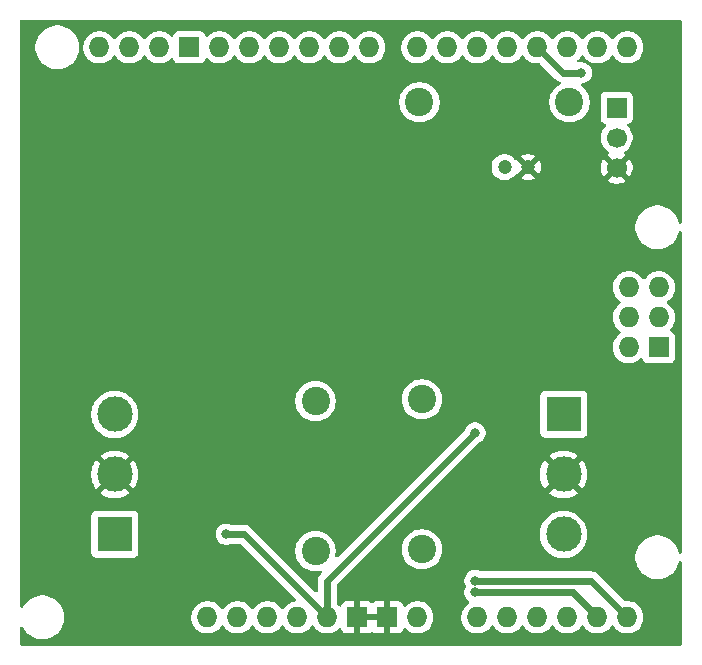
<source format=gbr>
%TF.GenerationSoftware,KiCad,Pcbnew,9.0.4*%
%TF.CreationDate,2025-09-27T21:55:18+08:00*%
%TF.ProjectId,SolarTrackingSystem,536f6c61-7254-4726-9163-6b696e675379,0*%
%TF.SameCoordinates,Original*%
%TF.FileFunction,Copper,L1,Top*%
%TF.FilePolarity,Positive*%
%FSLAX46Y46*%
G04 Gerber Fmt 4.6, Leading zero omitted, Abs format (unit mm)*
G04 Created by KiCad (PCBNEW 9.0.4) date 2025-09-27 21:55:18*
%MOMM*%
%LPD*%
G01*
G04 APERTURE LIST*
%TA.AperFunction,ComponentPad*%
%ADD10C,2.400000*%
%TD*%
%TA.AperFunction,ComponentPad*%
%ADD11R,1.700000X1.700000*%
%TD*%
%TA.AperFunction,ComponentPad*%
%ADD12C,1.700000*%
%TD*%
%TA.AperFunction,ComponentPad*%
%ADD13R,3.000000X3.000000*%
%TD*%
%TA.AperFunction,ComponentPad*%
%ADD14C,3.000000*%
%TD*%
%TA.AperFunction,ComponentPad*%
%ADD15C,1.200000*%
%TD*%
%TA.AperFunction,ComponentPad*%
%ADD16O,1.727200X1.727200*%
%TD*%
%TA.AperFunction,ComponentPad*%
%ADD17R,1.727200X1.727200*%
%TD*%
%TA.AperFunction,ViaPad*%
%ADD18C,0.800000*%
%TD*%
%TA.AperFunction,Conductor*%
%ADD19C,0.600000*%
%TD*%
%TA.AperFunction,Conductor*%
%ADD20C,0.200000*%
%TD*%
G04 APERTURE END LIST*
D10*
%TO.P,R1,1*%
%TO.N,Net-(A1-D3_INT1)*%
X157500000Y-66000000D03*
%TO.P,R1,2*%
%TO.N,Net-(J1-Pin_1)*%
X144800000Y-66000000D03*
%TD*%
%TO.P,R2,1*%
%TO.N,Net-(J3-Pin_3)*%
X136000000Y-91300000D03*
%TO.P,R2,2*%
%TO.N,Net-(A1-PadA4)*%
X136000000Y-104000000D03*
%TD*%
D11*
%TO.P,J1,1,Pin_1*%
%TO.N,Net-(J1-Pin_1)*%
X161500000Y-66460000D03*
D12*
%TO.P,J1,2,Pin_2*%
%TO.N,/5V_pin*%
X161500000Y-69000000D03*
%TO.P,J1,3,Pin_3*%
%TO.N,GND*%
X161500000Y-71540000D03*
%TD*%
D13*
%TO.P,J2,1,Pin_1*%
%TO.N,/5V_pin*%
X157000000Y-92420000D03*
D14*
%TO.P,J2,2,Pin_2*%
%TO.N,GND*%
X157000000Y-97500000D03*
%TO.P,J2,3,Pin_3*%
%TO.N,Net-(J2-Pin_3)*%
X157000000Y-102580000D03*
%TD*%
D15*
%TO.P,C1,1*%
%TO.N,Net-(J1-Pin_1)*%
X152000000Y-71500000D03*
%TO.P,C1,2*%
%TO.N,GND*%
X154000000Y-71500000D03*
%TD*%
D16*
%TO.P,A1,*%
%TO.N,*%
X126840000Y-109600000D03*
%TO.P,A1,3V3,3.3V*%
%TO.N,unconnected-(A1-3.3V-Pad3V3)*%
X134460000Y-109600000D03*
%TO.P,A1,5V1,5V*%
%TO.N,/5V_pin*%
X137000000Y-109600000D03*
%TO.P,A1,5V2,SPI_5V*%
%TO.N,unconnected-(A1-SPI_5V-Pad5V2)*%
X165067000Y-81660000D03*
%TO.P,A1,A0,A0*%
%TO.N,unconnected-(A1-PadA0)*%
X149700000Y-109600000D03*
%TO.P,A1,A1,A1*%
%TO.N,unconnected-(A1-PadA1)*%
X152240000Y-109600000D03*
%TO.P,A1,A2,A2*%
%TO.N,unconnected-(A1-PadA2)*%
X154780000Y-109600000D03*
%TO.P,A1,A3,A3*%
%TO.N,unconnected-(A1-PadA3)*%
X157320000Y-109600000D03*
%TO.P,A1,A4,A4*%
%TO.N,Net-(A1-PadA4)*%
X159860000Y-109600000D03*
%TO.P,A1,A5,A5*%
%TO.N,Net-(A1-PadA5)*%
X162400000Y-109600000D03*
%TO.P,A1,AREF,AREF*%
%TO.N,unconnected-(A1-PadAREF)*%
X122776000Y-61340000D03*
%TO.P,A1,D0,D0/RX*%
%TO.N,unconnected-(A1-D0{slash}RX-PadD0)*%
X162400000Y-61340000D03*
%TO.P,A1,D1,D1/TX*%
%TO.N,unconnected-(A1-D1{slash}TX-PadD1)*%
X159860000Y-61340000D03*
%TO.P,A1,D2,D2_INT0*%
%TO.N,unconnected-(A1-D2_INT0-PadD2)*%
X157320000Y-61340000D03*
%TO.P,A1,D3,D3_INT1*%
%TO.N,Net-(A1-D3_INT1)*%
X154780000Y-61340000D03*
%TO.P,A1,D4,D4*%
%TO.N,unconnected-(A1-PadD4)*%
X152240000Y-61340000D03*
%TO.P,A1,D5,D5*%
%TO.N,unconnected-(A1-PadD5)*%
X149700000Y-61340000D03*
%TO.P,A1,D6,D6*%
%TO.N,unconnected-(A1-PadD6)*%
X147160000Y-61340000D03*
%TO.P,A1,D7,D7*%
%TO.N,unconnected-(A1-PadD7)*%
X144620000Y-61340000D03*
%TO.P,A1,D8,D8*%
%TO.N,unconnected-(A1-PadD8)*%
X140556000Y-61340000D03*
%TO.P,A1,D9,D9*%
%TO.N,unconnected-(A1-PadD9)*%
X138016000Y-61340000D03*
%TO.P,A1,D10,D10_CS*%
%TO.N,unconnected-(A1-D10_CS-PadD10)*%
X135476000Y-61340000D03*
%TO.P,A1,D11,D11*%
%TO.N,unconnected-(A1-PadD11)*%
X132936000Y-61340000D03*
%TO.P,A1,D12,D12*%
%TO.N,unconnected-(A1-PadD12)*%
X130396000Y-61340000D03*
%TO.P,A1,D13,D13*%
%TO.N,unconnected-(A1-PadD13)*%
X127856000Y-61340000D03*
D17*
%TO.P,A1,GND1,GND*%
%TO.N,unconnected-(A1-GND-PadGND1)*%
X125316000Y-61340000D03*
%TO.P,A1,GND2,GND*%
%TO.N,GND*%
X139540000Y-109600000D03*
%TO.P,A1,GND3,GND*%
X142080000Y-109600000D03*
%TO.P,A1,GND4,SPI_GND*%
%TO.N,unconnected-(A1-SPI_GND-PadGND4)*%
X165067000Y-86740000D03*
D16*
%TO.P,A1,IORF,IOREF*%
%TO.N,unconnected-(A1-IOREF-PadIORF)*%
X129380000Y-109600000D03*
%TO.P,A1,MISO,SPI_MISO*%
%TO.N,unconnected-(A1-SPI_MISO-PadMISO)*%
X162527000Y-81660000D03*
%TO.P,A1,MOSI,SPI_MOSI*%
%TO.N,unconnected-(A1-SPI_MOSI-PadMOSI)*%
X165067000Y-84200000D03*
%TO.P,A1,RST1,RESET*%
%TO.N,unconnected-(A1-RESET-PadRST1)*%
X131920000Y-109600000D03*
%TO.P,A1,RST2,SPI_RESET*%
%TO.N,unconnected-(A1-SPI_RESET-PadRST2)*%
X162527000Y-86740000D03*
%TO.P,A1,SCK,SPI_SCK*%
%TO.N,unconnected-(A1-SPI_SCK-PadSCK)*%
X162527000Y-84200000D03*
%TO.P,A1,SCL,SCL*%
%TO.N,unconnected-(A1-PadSCL)*%
X117696000Y-61340000D03*
%TO.P,A1,SDA,SDA*%
%TO.N,unconnected-(A1-PadSDA)*%
X120236000Y-61340000D03*
%TO.P,A1,VIN,VIN*%
%TO.N,unconnected-(A1-PadVIN)*%
X144620000Y-109600000D03*
%TD*%
D10*
%TO.P,R3,1*%
%TO.N,Net-(J2-Pin_3)*%
X145000000Y-91150000D03*
%TO.P,R3,2*%
%TO.N,Net-(A1-PadA5)*%
X145000000Y-103850000D03*
%TD*%
D13*
%TO.P,J3,1,Pin_1*%
%TO.N,/5V_pin*%
X119000000Y-102580000D03*
D14*
%TO.P,J3,2,Pin_2*%
%TO.N,GND*%
X119000000Y-97500000D03*
%TO.P,J3,3,Pin_3*%
%TO.N,Net-(J3-Pin_3)*%
X119000000Y-92420000D03*
%TD*%
D18*
%TO.N,Net-(A1-D3_INT1)*%
X158500000Y-63500000D03*
%TO.N,GND*%
X128500000Y-101000000D03*
X151000000Y-94000000D03*
%TO.N,Net-(A1-PadA4)*%
X149500000Y-107500000D03*
%TO.N,/5V_pin*%
X149500000Y-94000000D03*
X128434314Y-102565686D03*
%TO.N,Net-(A1-PadA5)*%
X149500000Y-106500000D03*
%TD*%
D19*
%TO.N,Net-(A1-D3_INT1)*%
X158500000Y-63500000D02*
X156940000Y-63500000D01*
X156940000Y-63500000D02*
X154780000Y-61340000D01*
D20*
%TO.N,GND*%
X139540000Y-109600000D02*
X142080000Y-109600000D01*
D19*
%TO.N,Net-(A1-PadA4)*%
X149500000Y-107500000D02*
X157760000Y-107500000D01*
X157760000Y-107500000D02*
X159860000Y-109600000D01*
%TO.N,/5V_pin*%
X137000000Y-109600000D02*
X137000000Y-106500000D01*
X128434314Y-102565686D02*
X129965686Y-102565686D01*
X137000000Y-106500000D02*
X149500000Y-94000000D01*
X129965686Y-102565686D02*
X137000000Y-109600000D01*
%TO.N,Net-(A1-PadA5)*%
X159300000Y-106500000D02*
X162400000Y-109600000D01*
X149500000Y-106500000D02*
X159300000Y-106500000D01*
%TD*%
%TA.AperFunction,Conductor*%
%TO.N,GND*%
G36*
X141606619Y-109403919D02*
G01*
X141572000Y-109533120D01*
X141572000Y-109666880D01*
X141606619Y-109796081D01*
X141637749Y-109850000D01*
X139982251Y-109850000D01*
X140013381Y-109796081D01*
X140048000Y-109666880D01*
X140048000Y-109533120D01*
X140013381Y-109403919D01*
X139982251Y-109350000D01*
X141637749Y-109350000D01*
X141606619Y-109403919D01*
G37*
%TD.AperFunction*%
%TA.AperFunction,Conductor*%
G36*
X166942539Y-59020185D02*
G01*
X166988294Y-59072989D01*
X166999500Y-59124500D01*
X166999500Y-76174501D01*
X166979815Y-76241540D01*
X166927011Y-76287295D01*
X166857853Y-76297239D01*
X166794297Y-76268214D01*
X166756523Y-76209436D01*
X166755725Y-76206595D01*
X166696054Y-75983900D01*
X166603224Y-75759788D01*
X166481936Y-75549711D01*
X166334265Y-75357262D01*
X166334260Y-75357256D01*
X166162743Y-75185739D01*
X166162736Y-75185733D01*
X165970293Y-75038067D01*
X165970292Y-75038066D01*
X165970289Y-75038064D01*
X165760212Y-74916776D01*
X165760205Y-74916773D01*
X165536104Y-74823947D01*
X165301785Y-74761161D01*
X165061289Y-74729500D01*
X165061288Y-74729500D01*
X164818712Y-74729500D01*
X164818711Y-74729500D01*
X164578214Y-74761161D01*
X164343895Y-74823947D01*
X164119794Y-74916773D01*
X164119785Y-74916777D01*
X163909706Y-75038067D01*
X163717263Y-75185733D01*
X163717256Y-75185739D01*
X163545739Y-75357256D01*
X163545733Y-75357263D01*
X163398067Y-75549706D01*
X163276777Y-75759785D01*
X163276773Y-75759794D01*
X163183947Y-75983895D01*
X163121161Y-76218214D01*
X163089500Y-76458711D01*
X163089500Y-76701288D01*
X163121161Y-76941785D01*
X163183947Y-77176104D01*
X163276773Y-77400205D01*
X163276776Y-77400212D01*
X163398064Y-77610289D01*
X163398066Y-77610292D01*
X163398067Y-77610293D01*
X163545733Y-77802736D01*
X163545739Y-77802743D01*
X163717256Y-77974260D01*
X163717262Y-77974265D01*
X163909711Y-78121936D01*
X164119788Y-78243224D01*
X164343900Y-78336054D01*
X164578211Y-78398838D01*
X164758586Y-78422584D01*
X164818711Y-78430500D01*
X164818712Y-78430500D01*
X165061289Y-78430500D01*
X165109388Y-78424167D01*
X165301789Y-78398838D01*
X165536100Y-78336054D01*
X165760212Y-78243224D01*
X165970289Y-78121936D01*
X166162738Y-77974265D01*
X166334265Y-77802738D01*
X166481936Y-77610289D01*
X166603224Y-77400212D01*
X166696054Y-77176100D01*
X166755726Y-76953401D01*
X166792090Y-76893744D01*
X166854937Y-76863215D01*
X166924313Y-76871510D01*
X166978191Y-76915995D01*
X166999465Y-76982547D01*
X166999500Y-76985498D01*
X166999500Y-104114501D01*
X166979815Y-104181540D01*
X166927011Y-104227295D01*
X166857853Y-104237239D01*
X166794297Y-104208214D01*
X166756523Y-104149436D01*
X166755725Y-104146595D01*
X166696054Y-103923900D01*
X166603224Y-103699788D01*
X166481936Y-103489711D01*
X166334265Y-103297262D01*
X166334260Y-103297256D01*
X166162743Y-103125739D01*
X166162736Y-103125733D01*
X165970293Y-102978067D01*
X165970292Y-102978066D01*
X165970289Y-102978064D01*
X165760212Y-102856776D01*
X165691593Y-102828353D01*
X165536104Y-102763947D01*
X165367431Y-102718751D01*
X165301789Y-102701162D01*
X165301788Y-102701161D01*
X165301785Y-102701161D01*
X165061289Y-102669500D01*
X165061288Y-102669500D01*
X164818712Y-102669500D01*
X164818711Y-102669500D01*
X164578214Y-102701161D01*
X164343895Y-102763947D01*
X164119794Y-102856773D01*
X164119785Y-102856777D01*
X163909706Y-102978067D01*
X163717263Y-103125733D01*
X163717256Y-103125739D01*
X163545739Y-103297256D01*
X163545733Y-103297263D01*
X163398067Y-103489706D01*
X163276777Y-103699785D01*
X163276773Y-103699794D01*
X163183947Y-103923895D01*
X163121161Y-104158214D01*
X163089500Y-104398711D01*
X163089500Y-104641288D01*
X163121161Y-104881785D01*
X163183947Y-105116104D01*
X163246429Y-105266948D01*
X163276776Y-105340212D01*
X163398064Y-105550289D01*
X163398066Y-105550292D01*
X163398067Y-105550293D01*
X163545733Y-105742736D01*
X163545739Y-105742743D01*
X163717256Y-105914260D01*
X163717263Y-105914266D01*
X163732510Y-105925965D01*
X163909711Y-106061936D01*
X164119788Y-106183224D01*
X164343900Y-106276054D01*
X164578211Y-106338838D01*
X164758586Y-106362584D01*
X164818711Y-106370500D01*
X164818712Y-106370500D01*
X165061289Y-106370500D01*
X165109388Y-106364167D01*
X165301789Y-106338838D01*
X165536100Y-106276054D01*
X165760212Y-106183224D01*
X165970289Y-106061936D01*
X166162738Y-105914265D01*
X166334265Y-105742738D01*
X166481936Y-105550289D01*
X166603224Y-105340212D01*
X166696054Y-105116100D01*
X166755726Y-104893401D01*
X166792090Y-104833744D01*
X166854937Y-104803215D01*
X166924313Y-104811510D01*
X166978191Y-104855995D01*
X166999465Y-104922547D01*
X166999500Y-104925498D01*
X166999500Y-111875500D01*
X166979815Y-111942539D01*
X166927011Y-111988294D01*
X166875500Y-111999500D01*
X111124500Y-111999500D01*
X111057461Y-111979815D01*
X111011706Y-111927011D01*
X111000500Y-111875500D01*
X111000500Y-110525705D01*
X111020185Y-110458666D01*
X111072989Y-110412911D01*
X111142147Y-110402967D01*
X111205703Y-110431992D01*
X111231885Y-110463703D01*
X111328064Y-110630289D01*
X111328066Y-110630292D01*
X111328067Y-110630293D01*
X111475733Y-110822736D01*
X111475739Y-110822743D01*
X111647256Y-110994260D01*
X111647262Y-110994265D01*
X111839711Y-111141936D01*
X112049788Y-111263224D01*
X112273900Y-111356054D01*
X112508211Y-111418838D01*
X112688586Y-111442584D01*
X112748711Y-111450500D01*
X112748712Y-111450500D01*
X112991289Y-111450500D01*
X113039388Y-111444167D01*
X113231789Y-111418838D01*
X113466100Y-111356054D01*
X113690212Y-111263224D01*
X113900289Y-111141936D01*
X114092738Y-110994265D01*
X114264265Y-110822738D01*
X114411936Y-110630289D01*
X114533224Y-110420212D01*
X114626054Y-110196100D01*
X114688838Y-109961789D01*
X114720500Y-109721288D01*
X114720500Y-109492643D01*
X125475900Y-109492643D01*
X125475900Y-109707357D01*
X125489953Y-109796081D01*
X125509489Y-109919428D01*
X125575837Y-110123630D01*
X125575838Y-110123633D01*
X125659652Y-110288125D01*
X125673317Y-110314944D01*
X125799523Y-110488651D01*
X125951349Y-110640477D01*
X126125056Y-110766683D01*
X126218888Y-110814492D01*
X126316366Y-110864161D01*
X126316369Y-110864162D01*
X126418470Y-110897336D01*
X126520573Y-110930511D01*
X126732643Y-110964100D01*
X126732644Y-110964100D01*
X126947356Y-110964100D01*
X126947357Y-110964100D01*
X127159427Y-110930511D01*
X127363633Y-110864161D01*
X127554944Y-110766683D01*
X127728651Y-110640477D01*
X127880477Y-110488651D01*
X128006683Y-110314944D01*
X128006683Y-110314943D01*
X128009547Y-110311002D01*
X128011478Y-110312405D01*
X128055927Y-110272078D01*
X128124840Y-110260558D01*
X128189042Y-110288125D01*
X128209478Y-110311709D01*
X128210453Y-110311002D01*
X128213316Y-110314943D01*
X128213317Y-110314944D01*
X128339523Y-110488651D01*
X128491349Y-110640477D01*
X128665056Y-110766683D01*
X128758888Y-110814492D01*
X128856366Y-110864161D01*
X128856369Y-110864162D01*
X128958470Y-110897336D01*
X129060573Y-110930511D01*
X129272643Y-110964100D01*
X129272644Y-110964100D01*
X129487356Y-110964100D01*
X129487357Y-110964100D01*
X129699427Y-110930511D01*
X129903633Y-110864161D01*
X130094944Y-110766683D01*
X130268651Y-110640477D01*
X130420477Y-110488651D01*
X130546683Y-110314944D01*
X130546683Y-110314943D01*
X130549547Y-110311002D01*
X130551478Y-110312405D01*
X130595927Y-110272078D01*
X130664840Y-110260558D01*
X130729042Y-110288125D01*
X130749478Y-110311709D01*
X130750453Y-110311002D01*
X130753316Y-110314943D01*
X130753317Y-110314944D01*
X130879523Y-110488651D01*
X131031349Y-110640477D01*
X131205056Y-110766683D01*
X131298888Y-110814492D01*
X131396366Y-110864161D01*
X131396369Y-110864162D01*
X131498470Y-110897336D01*
X131600573Y-110930511D01*
X131812643Y-110964100D01*
X131812644Y-110964100D01*
X132027356Y-110964100D01*
X132027357Y-110964100D01*
X132239427Y-110930511D01*
X132443633Y-110864161D01*
X132634944Y-110766683D01*
X132808651Y-110640477D01*
X132960477Y-110488651D01*
X133086683Y-110314944D01*
X133086683Y-110314943D01*
X133089547Y-110311002D01*
X133091478Y-110312405D01*
X133135927Y-110272078D01*
X133204840Y-110260558D01*
X133269042Y-110288125D01*
X133289478Y-110311709D01*
X133290453Y-110311002D01*
X133293316Y-110314943D01*
X133293317Y-110314944D01*
X133419523Y-110488651D01*
X133571349Y-110640477D01*
X133745056Y-110766683D01*
X133838888Y-110814492D01*
X133936366Y-110864161D01*
X133936369Y-110864162D01*
X134038470Y-110897336D01*
X134140573Y-110930511D01*
X134352643Y-110964100D01*
X134352644Y-110964100D01*
X134567356Y-110964100D01*
X134567357Y-110964100D01*
X134779427Y-110930511D01*
X134983633Y-110864161D01*
X135174944Y-110766683D01*
X135348651Y-110640477D01*
X135500477Y-110488651D01*
X135626683Y-110314944D01*
X135626683Y-110314943D01*
X135629547Y-110311002D01*
X135631478Y-110312405D01*
X135675927Y-110272078D01*
X135744840Y-110260558D01*
X135809042Y-110288125D01*
X135829478Y-110311709D01*
X135830453Y-110311002D01*
X135833316Y-110314943D01*
X135833317Y-110314944D01*
X135959523Y-110488651D01*
X136111349Y-110640477D01*
X136285056Y-110766683D01*
X136378888Y-110814492D01*
X136476366Y-110864161D01*
X136476369Y-110864162D01*
X136578470Y-110897336D01*
X136680573Y-110930511D01*
X136892643Y-110964100D01*
X136892644Y-110964100D01*
X137107356Y-110964100D01*
X137107357Y-110964100D01*
X137319427Y-110930511D01*
X137523633Y-110864161D01*
X137714944Y-110766683D01*
X137888651Y-110640477D01*
X137985342Y-110543785D01*
X138046661Y-110510303D01*
X138116353Y-110515287D01*
X138172287Y-110557158D01*
X138189202Y-110588136D01*
X138233045Y-110705686D01*
X138233049Y-110705693D01*
X138319209Y-110820787D01*
X138319212Y-110820790D01*
X138434306Y-110906950D01*
X138434313Y-110906954D01*
X138569020Y-110957196D01*
X138569027Y-110957198D01*
X138628555Y-110963599D01*
X138628572Y-110963600D01*
X139290000Y-110963600D01*
X139290000Y-110042251D01*
X139343919Y-110073381D01*
X139473120Y-110108000D01*
X139606880Y-110108000D01*
X139736081Y-110073381D01*
X139790000Y-110042251D01*
X139790000Y-110963600D01*
X140451428Y-110963600D01*
X140451444Y-110963599D01*
X140510972Y-110957198D01*
X140510979Y-110957196D01*
X140645686Y-110906954D01*
X140645689Y-110906952D01*
X140735688Y-110839579D01*
X140801152Y-110815161D01*
X140869426Y-110830012D01*
X140884312Y-110839579D01*
X140974310Y-110906952D01*
X140974313Y-110906954D01*
X141109020Y-110957196D01*
X141109027Y-110957198D01*
X141168555Y-110963599D01*
X141168572Y-110963600D01*
X141830000Y-110963600D01*
X141830000Y-110042251D01*
X141883919Y-110073381D01*
X142013120Y-110108000D01*
X142146880Y-110108000D01*
X142276081Y-110073381D01*
X142330000Y-110042251D01*
X142330000Y-110963600D01*
X142991428Y-110963600D01*
X142991444Y-110963599D01*
X143050972Y-110957198D01*
X143050979Y-110957196D01*
X143185686Y-110906954D01*
X143185693Y-110906950D01*
X143300787Y-110820790D01*
X143300790Y-110820787D01*
X143386950Y-110705693D01*
X143386955Y-110705684D01*
X143430797Y-110588137D01*
X143472668Y-110532203D01*
X143538132Y-110507785D01*
X143606405Y-110522636D01*
X143634660Y-110543788D01*
X143731349Y-110640477D01*
X143905056Y-110766683D01*
X143998888Y-110814492D01*
X144096366Y-110864161D01*
X144096369Y-110864162D01*
X144198470Y-110897336D01*
X144300573Y-110930511D01*
X144512643Y-110964100D01*
X144512644Y-110964100D01*
X144727356Y-110964100D01*
X144727357Y-110964100D01*
X144939427Y-110930511D01*
X145143633Y-110864161D01*
X145334944Y-110766683D01*
X145508651Y-110640477D01*
X145660477Y-110488651D01*
X145786683Y-110314944D01*
X145884161Y-110123633D01*
X145950511Y-109919427D01*
X145984100Y-109707357D01*
X145984100Y-109492643D01*
X148335900Y-109492643D01*
X148335900Y-109707357D01*
X148349953Y-109796081D01*
X148369489Y-109919428D01*
X148435837Y-110123630D01*
X148435838Y-110123633D01*
X148519652Y-110288125D01*
X148533317Y-110314944D01*
X148659523Y-110488651D01*
X148811349Y-110640477D01*
X148985056Y-110766683D01*
X149078888Y-110814492D01*
X149176366Y-110864161D01*
X149176369Y-110864162D01*
X149278470Y-110897336D01*
X149380573Y-110930511D01*
X149592643Y-110964100D01*
X149592644Y-110964100D01*
X149807356Y-110964100D01*
X149807357Y-110964100D01*
X150019427Y-110930511D01*
X150223633Y-110864161D01*
X150414944Y-110766683D01*
X150588651Y-110640477D01*
X150740477Y-110488651D01*
X150866683Y-110314944D01*
X150866683Y-110314943D01*
X150869547Y-110311002D01*
X150871478Y-110312405D01*
X150915927Y-110272078D01*
X150984840Y-110260558D01*
X151049042Y-110288125D01*
X151069478Y-110311709D01*
X151070453Y-110311002D01*
X151073316Y-110314943D01*
X151073317Y-110314944D01*
X151199523Y-110488651D01*
X151351349Y-110640477D01*
X151525056Y-110766683D01*
X151618888Y-110814492D01*
X151716366Y-110864161D01*
X151716369Y-110864162D01*
X151818470Y-110897336D01*
X151920573Y-110930511D01*
X152132643Y-110964100D01*
X152132644Y-110964100D01*
X152347356Y-110964100D01*
X152347357Y-110964100D01*
X152559427Y-110930511D01*
X152763633Y-110864161D01*
X152954944Y-110766683D01*
X153128651Y-110640477D01*
X153280477Y-110488651D01*
X153406683Y-110314944D01*
X153406683Y-110314943D01*
X153409547Y-110311002D01*
X153411478Y-110312405D01*
X153455927Y-110272078D01*
X153524840Y-110260558D01*
X153589042Y-110288125D01*
X153609478Y-110311709D01*
X153610453Y-110311002D01*
X153613316Y-110314943D01*
X153613317Y-110314944D01*
X153739523Y-110488651D01*
X153891349Y-110640477D01*
X154065056Y-110766683D01*
X154158888Y-110814492D01*
X154256366Y-110864161D01*
X154256369Y-110864162D01*
X154358470Y-110897336D01*
X154460573Y-110930511D01*
X154672643Y-110964100D01*
X154672644Y-110964100D01*
X154887356Y-110964100D01*
X154887357Y-110964100D01*
X155099427Y-110930511D01*
X155303633Y-110864161D01*
X155494944Y-110766683D01*
X155668651Y-110640477D01*
X155820477Y-110488651D01*
X155946683Y-110314944D01*
X155946683Y-110314943D01*
X155949547Y-110311002D01*
X155951478Y-110312405D01*
X155995927Y-110272078D01*
X156064840Y-110260558D01*
X156129042Y-110288125D01*
X156149478Y-110311709D01*
X156150453Y-110311002D01*
X156153316Y-110314943D01*
X156153317Y-110314944D01*
X156279523Y-110488651D01*
X156431349Y-110640477D01*
X156605056Y-110766683D01*
X156698888Y-110814492D01*
X156796366Y-110864161D01*
X156796369Y-110864162D01*
X156898470Y-110897336D01*
X157000573Y-110930511D01*
X157212643Y-110964100D01*
X157212644Y-110964100D01*
X157427356Y-110964100D01*
X157427357Y-110964100D01*
X157639427Y-110930511D01*
X157843633Y-110864161D01*
X158034944Y-110766683D01*
X158208651Y-110640477D01*
X158360477Y-110488651D01*
X158486683Y-110314944D01*
X158486683Y-110314943D01*
X158489547Y-110311002D01*
X158491478Y-110312405D01*
X158535927Y-110272078D01*
X158604840Y-110260558D01*
X158669042Y-110288125D01*
X158689478Y-110311709D01*
X158690453Y-110311002D01*
X158693316Y-110314943D01*
X158693317Y-110314944D01*
X158819523Y-110488651D01*
X158971349Y-110640477D01*
X159145056Y-110766683D01*
X159238888Y-110814492D01*
X159336366Y-110864161D01*
X159336369Y-110864162D01*
X159438470Y-110897336D01*
X159540573Y-110930511D01*
X159752643Y-110964100D01*
X159752644Y-110964100D01*
X159967356Y-110964100D01*
X159967357Y-110964100D01*
X160179427Y-110930511D01*
X160383633Y-110864161D01*
X160574944Y-110766683D01*
X160748651Y-110640477D01*
X160900477Y-110488651D01*
X161026683Y-110314944D01*
X161026683Y-110314943D01*
X161029547Y-110311002D01*
X161031478Y-110312405D01*
X161075927Y-110272078D01*
X161144840Y-110260558D01*
X161209042Y-110288125D01*
X161229478Y-110311709D01*
X161230453Y-110311002D01*
X161233316Y-110314943D01*
X161233317Y-110314944D01*
X161359523Y-110488651D01*
X161511349Y-110640477D01*
X161685056Y-110766683D01*
X161778888Y-110814492D01*
X161876366Y-110864161D01*
X161876369Y-110864162D01*
X161978470Y-110897336D01*
X162080573Y-110930511D01*
X162292643Y-110964100D01*
X162292644Y-110964100D01*
X162507356Y-110964100D01*
X162507357Y-110964100D01*
X162719427Y-110930511D01*
X162923633Y-110864161D01*
X163114944Y-110766683D01*
X163288651Y-110640477D01*
X163440477Y-110488651D01*
X163566683Y-110314944D01*
X163664161Y-110123633D01*
X163730511Y-109919427D01*
X163764100Y-109707357D01*
X163764100Y-109492643D01*
X163730511Y-109280573D01*
X163670000Y-109094337D01*
X163664162Y-109076369D01*
X163664161Y-109076366D01*
X163580266Y-108911715D01*
X163566683Y-108885056D01*
X163440477Y-108711349D01*
X163288651Y-108559523D01*
X163114944Y-108433317D01*
X163112940Y-108432296D01*
X162923633Y-108335838D01*
X162923630Y-108335837D01*
X162719428Y-108269489D01*
X162550940Y-108242803D01*
X162507357Y-108235900D01*
X162292643Y-108235900D01*
X162292638Y-108235900D01*
X162247426Y-108243061D01*
X162178133Y-108234107D01*
X162140347Y-108208269D01*
X159810291Y-105878212D01*
X159810288Y-105878210D01*
X159679185Y-105790609D01*
X159679172Y-105790602D01*
X159533501Y-105730264D01*
X159533489Y-105730261D01*
X159378845Y-105699500D01*
X159378842Y-105699500D01*
X149945207Y-105699500D01*
X149897755Y-105690061D01*
X149762667Y-105634106D01*
X149762658Y-105634103D01*
X149588694Y-105599500D01*
X149588691Y-105599500D01*
X149411309Y-105599500D01*
X149411306Y-105599500D01*
X149237341Y-105634103D01*
X149237332Y-105634106D01*
X149073459Y-105701983D01*
X149073446Y-105701990D01*
X148925965Y-105800535D01*
X148925961Y-105800538D01*
X148800538Y-105925961D01*
X148800535Y-105925965D01*
X148701990Y-106073446D01*
X148701983Y-106073459D01*
X148634106Y-106237332D01*
X148634103Y-106237341D01*
X148599500Y-106411304D01*
X148599500Y-106588695D01*
X148634103Y-106762658D01*
X148634106Y-106762667D01*
X148701983Y-106926540D01*
X148701990Y-106926553D01*
X148705037Y-106931113D01*
X148725912Y-106997792D01*
X148707425Y-107065171D01*
X148705037Y-107068887D01*
X148701990Y-107073446D01*
X148701983Y-107073459D01*
X148634106Y-107237332D01*
X148634103Y-107237341D01*
X148599500Y-107411304D01*
X148599500Y-107588695D01*
X148634103Y-107762658D01*
X148634106Y-107762667D01*
X148701983Y-107926540D01*
X148701990Y-107926553D01*
X148800535Y-108074034D01*
X148800538Y-108074038D01*
X148925961Y-108199461D01*
X148925965Y-108199464D01*
X148976485Y-108233221D01*
X149021290Y-108286833D01*
X149029997Y-108356158D01*
X148999842Y-108419186D01*
X148980480Y-108436641D01*
X148811347Y-108559524D01*
X148659525Y-108711346D01*
X148659525Y-108711347D01*
X148659523Y-108711349D01*
X148615629Y-108771764D01*
X148533317Y-108885055D01*
X148435838Y-109076366D01*
X148435837Y-109076369D01*
X148369489Y-109280571D01*
X148349953Y-109403919D01*
X148335900Y-109492643D01*
X145984100Y-109492643D01*
X145950511Y-109280573D01*
X145890000Y-109094337D01*
X145884162Y-109076369D01*
X145884161Y-109076366D01*
X145800266Y-108911715D01*
X145786683Y-108885056D01*
X145660477Y-108711349D01*
X145508651Y-108559523D01*
X145334944Y-108433317D01*
X145332940Y-108432296D01*
X145143633Y-108335838D01*
X145143630Y-108335837D01*
X144939428Y-108269489D01*
X144770940Y-108242803D01*
X144727357Y-108235900D01*
X144512643Y-108235900D01*
X144469060Y-108242803D01*
X144300571Y-108269489D01*
X144096369Y-108335837D01*
X144096366Y-108335838D01*
X143905055Y-108433317D01*
X143731350Y-108559522D01*
X143634660Y-108656212D01*
X143573336Y-108689696D01*
X143503645Y-108684712D01*
X143447712Y-108642840D01*
X143430797Y-108611863D01*
X143386954Y-108494313D01*
X143386950Y-108494306D01*
X143300790Y-108379212D01*
X143300787Y-108379209D01*
X143185693Y-108293049D01*
X143185686Y-108293045D01*
X143050979Y-108242803D01*
X143050972Y-108242801D01*
X142991444Y-108236400D01*
X142330000Y-108236400D01*
X142330000Y-109157748D01*
X142276081Y-109126619D01*
X142146880Y-109092000D01*
X142013120Y-109092000D01*
X141883919Y-109126619D01*
X141830000Y-109157748D01*
X141830000Y-108236400D01*
X141168555Y-108236400D01*
X141109027Y-108242801D01*
X141109020Y-108242803D01*
X140974313Y-108293045D01*
X140974311Y-108293047D01*
X140884311Y-108360421D01*
X140818847Y-108384838D01*
X140750574Y-108369987D01*
X140735689Y-108360421D01*
X140645688Y-108293047D01*
X140645686Y-108293045D01*
X140510979Y-108242803D01*
X140510972Y-108242801D01*
X140451444Y-108236400D01*
X139790000Y-108236400D01*
X139790000Y-109157748D01*
X139736081Y-109126619D01*
X139606880Y-109092000D01*
X139473120Y-109092000D01*
X139343919Y-109126619D01*
X139290000Y-109157748D01*
X139290000Y-108236400D01*
X138628555Y-108236400D01*
X138569027Y-108242801D01*
X138569020Y-108242803D01*
X138434313Y-108293045D01*
X138434306Y-108293049D01*
X138319212Y-108379209D01*
X138319209Y-108379212D01*
X138233049Y-108494306D01*
X138233045Y-108494313D01*
X138189202Y-108611863D01*
X138169807Y-108637770D01*
X138151540Y-108664502D01*
X138148988Y-108665580D01*
X138147330Y-108667797D01*
X138117008Y-108679106D01*
X138087189Y-108691718D01*
X138084459Y-108691246D01*
X138081866Y-108692214D01*
X138050244Y-108685335D01*
X138018340Y-108679823D01*
X138015471Y-108677770D01*
X138013593Y-108677362D01*
X137989200Y-108659909D01*
X137987229Y-108658101D01*
X137888651Y-108559523D01*
X137845895Y-108528458D01*
X137840680Y-108523675D01*
X137826139Y-108499578D01*
X137808948Y-108477283D01*
X137807258Y-108468287D01*
X137804583Y-108463853D01*
X137804824Y-108455323D01*
X137800500Y-108432296D01*
X137800500Y-106882939D01*
X137820185Y-106815900D01*
X137836814Y-106795263D01*
X140893528Y-103738549D01*
X143299500Y-103738549D01*
X143299500Y-103961450D01*
X143299501Y-103961466D01*
X143328594Y-104182452D01*
X143328595Y-104182457D01*
X143328596Y-104182463D01*
X143386290Y-104397780D01*
X143386293Y-104397790D01*
X143461974Y-104580499D01*
X143471595Y-104603726D01*
X143583052Y-104796774D01*
X143583057Y-104796780D01*
X143583058Y-104796782D01*
X143718751Y-104973622D01*
X143718757Y-104973629D01*
X143876370Y-105131242D01*
X143876376Y-105131247D01*
X144053226Y-105266948D01*
X144246274Y-105378405D01*
X144452219Y-105463710D01*
X144667537Y-105521404D01*
X144888543Y-105550500D01*
X144888550Y-105550500D01*
X145111450Y-105550500D01*
X145111457Y-105550500D01*
X145332463Y-105521404D01*
X145547781Y-105463710D01*
X145753726Y-105378405D01*
X145946774Y-105266948D01*
X146123624Y-105131247D01*
X146281247Y-104973624D01*
X146416948Y-104796774D01*
X146528405Y-104603726D01*
X146613710Y-104397781D01*
X146671404Y-104182463D01*
X146700500Y-103961457D01*
X146700500Y-103738543D01*
X146671404Y-103517537D01*
X146613710Y-103302219D01*
X146590536Y-103246273D01*
X146581484Y-103224418D01*
X146528405Y-103096274D01*
X146416948Y-102903226D01*
X146359496Y-102828353D01*
X146281248Y-102726377D01*
X146281242Y-102726370D01*
X146123629Y-102568757D01*
X146123622Y-102568751D01*
X146090319Y-102543197D01*
X145967391Y-102448872D01*
X154999500Y-102448872D01*
X154999500Y-102711127D01*
X155021256Y-102876370D01*
X155033730Y-102971116D01*
X155101602Y-103224418D01*
X155101605Y-103224428D01*
X155201953Y-103466690D01*
X155201958Y-103466700D01*
X155333075Y-103693803D01*
X155492718Y-103901851D01*
X155492726Y-103901860D01*
X155678140Y-104087274D01*
X155678148Y-104087281D01*
X155886196Y-104246924D01*
X156113299Y-104378041D01*
X156113309Y-104378046D01*
X156355571Y-104478394D01*
X156355581Y-104478398D01*
X156608884Y-104546270D01*
X156857188Y-104578960D01*
X156868864Y-104580498D01*
X156868880Y-104580500D01*
X156868887Y-104580500D01*
X157131113Y-104580500D01*
X157131120Y-104580500D01*
X157391116Y-104546270D01*
X157644419Y-104478398D01*
X157886697Y-104378043D01*
X158113803Y-104246924D01*
X158321851Y-104087282D01*
X158321855Y-104087277D01*
X158321860Y-104087274D01*
X158507274Y-103901860D01*
X158507277Y-103901855D01*
X158507282Y-103901851D01*
X158666924Y-103693803D01*
X158798043Y-103466697D01*
X158898398Y-103224419D01*
X158966270Y-102971116D01*
X159000500Y-102711120D01*
X159000500Y-102448880D01*
X158966270Y-102188884D01*
X158898398Y-101935581D01*
X158898394Y-101935571D01*
X158798046Y-101693309D01*
X158798041Y-101693299D01*
X158666924Y-101466196D01*
X158507281Y-101258148D01*
X158507274Y-101258140D01*
X158321860Y-101072726D01*
X158321851Y-101072718D01*
X158113803Y-100913075D01*
X157886700Y-100781958D01*
X157886690Y-100781953D01*
X157644428Y-100681605D01*
X157644421Y-100681603D01*
X157644419Y-100681602D01*
X157391116Y-100613730D01*
X157333339Y-100606123D01*
X157131127Y-100579500D01*
X157131120Y-100579500D01*
X156868880Y-100579500D01*
X156868872Y-100579500D01*
X156637772Y-100609926D01*
X156608884Y-100613730D01*
X156355581Y-100681602D01*
X156355571Y-100681605D01*
X156113309Y-100781953D01*
X156113299Y-100781958D01*
X155886196Y-100913075D01*
X155678148Y-101072718D01*
X155492718Y-101258148D01*
X155333075Y-101466196D01*
X155201958Y-101693299D01*
X155201953Y-101693309D01*
X155101605Y-101935571D01*
X155101602Y-101935581D01*
X155036487Y-102178597D01*
X155033730Y-102188885D01*
X154999500Y-102448872D01*
X145967391Y-102448872D01*
X145946782Y-102433058D01*
X145946780Y-102433057D01*
X145946774Y-102433052D01*
X145753726Y-102321595D01*
X145753722Y-102321593D01*
X145547790Y-102236293D01*
X145547783Y-102236291D01*
X145547781Y-102236290D01*
X145332463Y-102178596D01*
X145332457Y-102178595D01*
X145332452Y-102178594D01*
X145111466Y-102149501D01*
X145111463Y-102149500D01*
X145111457Y-102149500D01*
X144888543Y-102149500D01*
X144888537Y-102149500D01*
X144888533Y-102149501D01*
X144667547Y-102178594D01*
X144667540Y-102178595D01*
X144667537Y-102178596D01*
X144629138Y-102188885D01*
X144452219Y-102236290D01*
X144452209Y-102236293D01*
X144246277Y-102321593D01*
X144246273Y-102321595D01*
X144053226Y-102433052D01*
X144053217Y-102433058D01*
X143876377Y-102568751D01*
X143876370Y-102568757D01*
X143718757Y-102726370D01*
X143718751Y-102726377D01*
X143583058Y-102903217D01*
X143583052Y-102903226D01*
X143471595Y-103096273D01*
X143471593Y-103096277D01*
X143386293Y-103302209D01*
X143386290Y-103302219D01*
X143342219Y-103466697D01*
X143328597Y-103517534D01*
X143328594Y-103517547D01*
X143299501Y-103738533D01*
X143299500Y-103738549D01*
X140893528Y-103738549D01*
X147263171Y-97368905D01*
X155000000Y-97368905D01*
X155000000Y-97631094D01*
X155034220Y-97891009D01*
X155034222Y-97891020D01*
X155102075Y-98144255D01*
X155202404Y-98386471D01*
X155202409Y-98386482D01*
X155333488Y-98613516D01*
X155333494Y-98613524D01*
X155420080Y-98726365D01*
X156314767Y-97831677D01*
X156326497Y-97859995D01*
X156409670Y-97984472D01*
X156515528Y-98090330D01*
X156640005Y-98173503D01*
X156668320Y-98185231D01*
X155773633Y-99079917D01*
X155773633Y-99079918D01*
X155886475Y-99166505D01*
X155886483Y-99166511D01*
X156113517Y-99297590D01*
X156113528Y-99297595D01*
X156355744Y-99397924D01*
X156608979Y-99465777D01*
X156608990Y-99465779D01*
X156868905Y-99499999D01*
X156868920Y-99500000D01*
X157131080Y-99500000D01*
X157131094Y-99499999D01*
X157391009Y-99465779D01*
X157391020Y-99465777D01*
X157644255Y-99397924D01*
X157886471Y-99297595D01*
X157886482Y-99297590D01*
X158113516Y-99166511D01*
X158113534Y-99166499D01*
X158226365Y-99079919D01*
X158226365Y-99079917D01*
X157331679Y-98185231D01*
X157359995Y-98173503D01*
X157484472Y-98090330D01*
X157590330Y-97984472D01*
X157673503Y-97859995D01*
X157685231Y-97831679D01*
X158579917Y-98726365D01*
X158579919Y-98726365D01*
X158666499Y-98613534D01*
X158666511Y-98613516D01*
X158797590Y-98386482D01*
X158797595Y-98386471D01*
X158897924Y-98144255D01*
X158965777Y-97891020D01*
X158965779Y-97891009D01*
X158999999Y-97631094D01*
X159000000Y-97631080D01*
X159000000Y-97368919D01*
X158999999Y-97368905D01*
X158965779Y-97108990D01*
X158965777Y-97108979D01*
X158897924Y-96855744D01*
X158797595Y-96613528D01*
X158797590Y-96613517D01*
X158666511Y-96386483D01*
X158666505Y-96386475D01*
X158579918Y-96273633D01*
X158579917Y-96273633D01*
X157685231Y-97168319D01*
X157673503Y-97140005D01*
X157590330Y-97015528D01*
X157484472Y-96909670D01*
X157359995Y-96826497D01*
X157331677Y-96814767D01*
X158226365Y-95920080D01*
X158113524Y-95833494D01*
X158113516Y-95833488D01*
X157886482Y-95702409D01*
X157886471Y-95702404D01*
X157644255Y-95602075D01*
X157391020Y-95534222D01*
X157391009Y-95534220D01*
X157131094Y-95500000D01*
X156868905Y-95500000D01*
X156608990Y-95534220D01*
X156608979Y-95534222D01*
X156355744Y-95602075D01*
X156113528Y-95702404D01*
X156113517Y-95702409D01*
X155886471Y-95833496D01*
X155773633Y-95920079D01*
X155773633Y-95920080D01*
X156668321Y-96814768D01*
X156640005Y-96826497D01*
X156515528Y-96909670D01*
X156409670Y-97015528D01*
X156326497Y-97140005D01*
X156314768Y-97168321D01*
X155420080Y-96273633D01*
X155420079Y-96273633D01*
X155333496Y-96386471D01*
X155202409Y-96613517D01*
X155202404Y-96613528D01*
X155102075Y-96855744D01*
X155034222Y-97108979D01*
X155034220Y-97108990D01*
X155000000Y-97368905D01*
X147263171Y-97368905D01*
X149751232Y-94880844D01*
X149791454Y-94853968D01*
X149926547Y-94798013D01*
X150074035Y-94699464D01*
X150199464Y-94574035D01*
X150298013Y-94426547D01*
X150365894Y-94262666D01*
X150400500Y-94088691D01*
X150400500Y-93911309D01*
X150400500Y-93911306D01*
X150400499Y-93911304D01*
X150365896Y-93737341D01*
X150365893Y-93737332D01*
X150298016Y-93573459D01*
X150298009Y-93573446D01*
X150199464Y-93425965D01*
X150199461Y-93425961D01*
X150074038Y-93300538D01*
X150074034Y-93300535D01*
X149926553Y-93201990D01*
X149926540Y-93201983D01*
X149762667Y-93134106D01*
X149762658Y-93134103D01*
X149588694Y-93099500D01*
X149588691Y-93099500D01*
X149411309Y-93099500D01*
X149411306Y-93099500D01*
X149237341Y-93134103D01*
X149237332Y-93134106D01*
X149073459Y-93201983D01*
X149073446Y-93201990D01*
X148925965Y-93300535D01*
X148925961Y-93300538D01*
X148800538Y-93425961D01*
X148800535Y-93425965D01*
X148701985Y-93573455D01*
X148646031Y-93708541D01*
X148619151Y-93748769D01*
X137865380Y-104502540D01*
X137804057Y-104536025D01*
X137734365Y-104531041D01*
X137678432Y-104489169D01*
X137654015Y-104423705D01*
X137657924Y-104382769D01*
X137671404Y-104332463D01*
X137700500Y-104111457D01*
X137700500Y-103888543D01*
X137671404Y-103667537D01*
X137613710Y-103452219D01*
X137528405Y-103246274D01*
X137416948Y-103053226D01*
X137359277Y-102978067D01*
X137281248Y-102876377D01*
X137281242Y-102876370D01*
X137123629Y-102718757D01*
X137123622Y-102718751D01*
X136946782Y-102583058D01*
X136946780Y-102583057D01*
X136946774Y-102583052D01*
X136753726Y-102471595D01*
X136753722Y-102471593D01*
X136547790Y-102386293D01*
X136547783Y-102386291D01*
X136547781Y-102386290D01*
X136332463Y-102328596D01*
X136332457Y-102328595D01*
X136332452Y-102328594D01*
X136111466Y-102299501D01*
X136111463Y-102299500D01*
X136111457Y-102299500D01*
X135888543Y-102299500D01*
X135888537Y-102299500D01*
X135888533Y-102299501D01*
X135667547Y-102328594D01*
X135667540Y-102328595D01*
X135667537Y-102328596D01*
X135452219Y-102386290D01*
X135452209Y-102386293D01*
X135246277Y-102471593D01*
X135246273Y-102471595D01*
X135053226Y-102583052D01*
X135053217Y-102583058D01*
X134876377Y-102718751D01*
X134876370Y-102718757D01*
X134718757Y-102876370D01*
X134718751Y-102876377D01*
X134583058Y-103053217D01*
X134583052Y-103053226D01*
X134471595Y-103246273D01*
X134471593Y-103246277D01*
X134386293Y-103452209D01*
X134386290Y-103452219D01*
X134328597Y-103667534D01*
X134328594Y-103667547D01*
X134299501Y-103888533D01*
X134299500Y-103888549D01*
X134299500Y-104111450D01*
X134299501Y-104111466D01*
X134328594Y-104332452D01*
X134328595Y-104332457D01*
X134328596Y-104332463D01*
X134379864Y-104523797D01*
X134386290Y-104547780D01*
X134386293Y-104547790D01*
X134471593Y-104753722D01*
X134471595Y-104753726D01*
X134583052Y-104946774D01*
X134583057Y-104946780D01*
X134583058Y-104946782D01*
X134718751Y-105123622D01*
X134718757Y-105123629D01*
X134876370Y-105281242D01*
X134876376Y-105281247D01*
X135053226Y-105416948D01*
X135246274Y-105528405D01*
X135452219Y-105613710D01*
X135667537Y-105671404D01*
X135888543Y-105700500D01*
X135888550Y-105700500D01*
X136111450Y-105700500D01*
X136111457Y-105700500D01*
X136332463Y-105671404D01*
X136382770Y-105657924D01*
X136385818Y-105657996D01*
X136388497Y-105656534D01*
X136420513Y-105658822D01*
X136452615Y-105659587D01*
X136455143Y-105661298D01*
X136458189Y-105661516D01*
X136483891Y-105680755D01*
X136510478Y-105698749D01*
X136511679Y-105701555D01*
X136514124Y-105703385D01*
X136525345Y-105733467D01*
X136537983Y-105762977D01*
X136537476Y-105765987D01*
X136538544Y-105768848D01*
X136531719Y-105800226D01*
X136526397Y-105831879D01*
X136524148Y-105835036D01*
X136523695Y-105837122D01*
X136502545Y-105865376D01*
X136489711Y-105878211D01*
X136453662Y-105914260D01*
X136378209Y-105989712D01*
X136290609Y-106120814D01*
X136290602Y-106120827D01*
X136230264Y-106266498D01*
X136230261Y-106266510D01*
X136199500Y-106421153D01*
X136199500Y-107368059D01*
X136179815Y-107435098D01*
X136127011Y-107480853D01*
X136057853Y-107490797D01*
X135994297Y-107461772D01*
X135987819Y-107455740D01*
X130475978Y-101943899D01*
X130475974Y-101943896D01*
X130344871Y-101856295D01*
X130344858Y-101856288D01*
X130199187Y-101795950D01*
X130199175Y-101795947D01*
X130044531Y-101765186D01*
X130044528Y-101765186D01*
X128879521Y-101765186D01*
X128832069Y-101755747D01*
X128696981Y-101699792D01*
X128696972Y-101699789D01*
X128523008Y-101665186D01*
X128523005Y-101665186D01*
X128345623Y-101665186D01*
X128345620Y-101665186D01*
X128171655Y-101699789D01*
X128171646Y-101699792D01*
X128007773Y-101767669D01*
X128007760Y-101767676D01*
X127860279Y-101866221D01*
X127860275Y-101866224D01*
X127734852Y-101991647D01*
X127734849Y-101991651D01*
X127636304Y-102139132D01*
X127636297Y-102139145D01*
X127568420Y-102303018D01*
X127568417Y-102303027D01*
X127533814Y-102476990D01*
X127533814Y-102654381D01*
X127568417Y-102828344D01*
X127568420Y-102828353D01*
X127636297Y-102992226D01*
X127636304Y-102992239D01*
X127734849Y-103139720D01*
X127734852Y-103139724D01*
X127860275Y-103265147D01*
X127860279Y-103265150D01*
X128007760Y-103363695D01*
X128007773Y-103363702D01*
X128101454Y-103402505D01*
X128171648Y-103431580D01*
X128171650Y-103431580D01*
X128171655Y-103431582D01*
X128345618Y-103466185D01*
X128345621Y-103466186D01*
X128345623Y-103466186D01*
X128523007Y-103466186D01*
X128523008Y-103466185D01*
X128580996Y-103454650D01*
X128696972Y-103431582D01*
X128696975Y-103431580D01*
X128696980Y-103431580D01*
X128832069Y-103375625D01*
X128879521Y-103366186D01*
X129582746Y-103366186D01*
X129649785Y-103385871D01*
X129670427Y-103402505D01*
X134311068Y-108043146D01*
X134344553Y-108104469D01*
X134339569Y-108174161D01*
X134297697Y-108230094D01*
X134242785Y-108253300D01*
X134140571Y-108269489D01*
X133936369Y-108335837D01*
X133936366Y-108335838D01*
X133745055Y-108433317D01*
X133659500Y-108495477D01*
X133571349Y-108559523D01*
X133571347Y-108559525D01*
X133571346Y-108559525D01*
X133419525Y-108711346D01*
X133419525Y-108711347D01*
X133419523Y-108711349D01*
X133356762Y-108797732D01*
X133290453Y-108888998D01*
X133288562Y-108887624D01*
X133243848Y-108928030D01*
X133174911Y-108939411D01*
X133110765Y-108911715D01*
X133090488Y-108888314D01*
X133089547Y-108888998D01*
X133086682Y-108885055D01*
X132960477Y-108711349D01*
X132808651Y-108559523D01*
X132634944Y-108433317D01*
X132632940Y-108432296D01*
X132443633Y-108335838D01*
X132443630Y-108335837D01*
X132239428Y-108269489D01*
X132070940Y-108242803D01*
X132027357Y-108235900D01*
X131812643Y-108235900D01*
X131769060Y-108242803D01*
X131600571Y-108269489D01*
X131396369Y-108335837D01*
X131396366Y-108335838D01*
X131205055Y-108433317D01*
X131119500Y-108495477D01*
X131031349Y-108559523D01*
X131031347Y-108559525D01*
X131031346Y-108559525D01*
X130879525Y-108711346D01*
X130879525Y-108711347D01*
X130879523Y-108711349D01*
X130816762Y-108797732D01*
X130750453Y-108888998D01*
X130748562Y-108887624D01*
X130703848Y-108928030D01*
X130634911Y-108939411D01*
X130570765Y-108911715D01*
X130550488Y-108888314D01*
X130549547Y-108888998D01*
X130546682Y-108885055D01*
X130420477Y-108711349D01*
X130268651Y-108559523D01*
X130094944Y-108433317D01*
X130092940Y-108432296D01*
X129903633Y-108335838D01*
X129903630Y-108335837D01*
X129699428Y-108269489D01*
X129530940Y-108242803D01*
X129487357Y-108235900D01*
X129272643Y-108235900D01*
X129229060Y-108242803D01*
X129060571Y-108269489D01*
X128856369Y-108335837D01*
X128856366Y-108335838D01*
X128665055Y-108433317D01*
X128579500Y-108495477D01*
X128491349Y-108559523D01*
X128491347Y-108559525D01*
X128491346Y-108559525D01*
X128339525Y-108711346D01*
X128339525Y-108711347D01*
X128339523Y-108711349D01*
X128276762Y-108797732D01*
X128210453Y-108888998D01*
X128208562Y-108887624D01*
X128163848Y-108928030D01*
X128094911Y-108939411D01*
X128030765Y-108911715D01*
X128010488Y-108888314D01*
X128009547Y-108888998D01*
X128006682Y-108885055D01*
X127880477Y-108711349D01*
X127728651Y-108559523D01*
X127554944Y-108433317D01*
X127552940Y-108432296D01*
X127363633Y-108335838D01*
X127363630Y-108335837D01*
X127159428Y-108269489D01*
X126990940Y-108242803D01*
X126947357Y-108235900D01*
X126732643Y-108235900D01*
X126689060Y-108242803D01*
X126520571Y-108269489D01*
X126316369Y-108335837D01*
X126316366Y-108335838D01*
X126125055Y-108433317D01*
X126039500Y-108495477D01*
X125951349Y-108559523D01*
X125951347Y-108559525D01*
X125951346Y-108559525D01*
X125799525Y-108711346D01*
X125799525Y-108711347D01*
X125799523Y-108711349D01*
X125755629Y-108771764D01*
X125673317Y-108885055D01*
X125575838Y-109076366D01*
X125575837Y-109076369D01*
X125509489Y-109280571D01*
X125489953Y-109403919D01*
X125475900Y-109492643D01*
X114720500Y-109492643D01*
X114720500Y-109478712D01*
X114688838Y-109238211D01*
X114626054Y-109003900D01*
X114533224Y-108779788D01*
X114411936Y-108569711D01*
X114341014Y-108477283D01*
X114264266Y-108377263D01*
X114264260Y-108377256D01*
X114092743Y-108205739D01*
X114092736Y-108205733D01*
X113900293Y-108058067D01*
X113900292Y-108058066D01*
X113900289Y-108058064D01*
X113690212Y-107936776D01*
X113690205Y-107936773D01*
X113466104Y-107843947D01*
X113231785Y-107781161D01*
X112991289Y-107749500D01*
X112991288Y-107749500D01*
X112748712Y-107749500D01*
X112748711Y-107749500D01*
X112508214Y-107781161D01*
X112273895Y-107843947D01*
X112049794Y-107936773D01*
X112049785Y-107936777D01*
X111839706Y-108058067D01*
X111647263Y-108205733D01*
X111647256Y-108205739D01*
X111475739Y-108377256D01*
X111475733Y-108377263D01*
X111328067Y-108569706D01*
X111231887Y-108736294D01*
X111181320Y-108784510D01*
X111112713Y-108797732D01*
X111047848Y-108771764D01*
X111007320Y-108714850D01*
X111000500Y-108674294D01*
X111000500Y-101032135D01*
X116999500Y-101032135D01*
X116999500Y-104127870D01*
X116999501Y-104127876D01*
X117005908Y-104187483D01*
X117056202Y-104322328D01*
X117056206Y-104322335D01*
X117142452Y-104437544D01*
X117142455Y-104437547D01*
X117257664Y-104523793D01*
X117257671Y-104523797D01*
X117392517Y-104574091D01*
X117392516Y-104574091D01*
X117399444Y-104574835D01*
X117452127Y-104580500D01*
X120547872Y-104580499D01*
X120607483Y-104574091D01*
X120742331Y-104523796D01*
X120857546Y-104437546D01*
X120943796Y-104322331D01*
X120994091Y-104187483D01*
X121000500Y-104127873D01*
X121000499Y-101032128D01*
X120994091Y-100972517D01*
X120943796Y-100837669D01*
X120943795Y-100837668D01*
X120943793Y-100837664D01*
X120857547Y-100722455D01*
X120857544Y-100722452D01*
X120742335Y-100636206D01*
X120742328Y-100636202D01*
X120607482Y-100585908D01*
X120607483Y-100585908D01*
X120547883Y-100579501D01*
X120547881Y-100579500D01*
X120547873Y-100579500D01*
X120547864Y-100579500D01*
X117452129Y-100579500D01*
X117452123Y-100579501D01*
X117392516Y-100585908D01*
X117257671Y-100636202D01*
X117257664Y-100636206D01*
X117142455Y-100722452D01*
X117142452Y-100722455D01*
X117056206Y-100837664D01*
X117056202Y-100837671D01*
X117005908Y-100972517D01*
X116999501Y-101032116D01*
X116999501Y-101032123D01*
X116999500Y-101032135D01*
X111000500Y-101032135D01*
X111000500Y-97368905D01*
X117000000Y-97368905D01*
X117000000Y-97631094D01*
X117034220Y-97891009D01*
X117034222Y-97891020D01*
X117102075Y-98144255D01*
X117202404Y-98386471D01*
X117202409Y-98386482D01*
X117333488Y-98613516D01*
X117333494Y-98613524D01*
X117420080Y-98726365D01*
X118314767Y-97831677D01*
X118326497Y-97859995D01*
X118409670Y-97984472D01*
X118515528Y-98090330D01*
X118640005Y-98173503D01*
X118668320Y-98185231D01*
X117773633Y-99079917D01*
X117773633Y-99079918D01*
X117886475Y-99166505D01*
X117886483Y-99166511D01*
X118113517Y-99297590D01*
X118113528Y-99297595D01*
X118355744Y-99397924D01*
X118608979Y-99465777D01*
X118608990Y-99465779D01*
X118868905Y-99499999D01*
X118868920Y-99500000D01*
X119131080Y-99500000D01*
X119131094Y-99499999D01*
X119391009Y-99465779D01*
X119391020Y-99465777D01*
X119644255Y-99397924D01*
X119886471Y-99297595D01*
X119886482Y-99297590D01*
X120113516Y-99166511D01*
X120113534Y-99166499D01*
X120226365Y-99079919D01*
X120226365Y-99079917D01*
X119331679Y-98185231D01*
X119359995Y-98173503D01*
X119484472Y-98090330D01*
X119590330Y-97984472D01*
X119673503Y-97859995D01*
X119685231Y-97831679D01*
X120579917Y-98726365D01*
X120579919Y-98726365D01*
X120666499Y-98613534D01*
X120666511Y-98613516D01*
X120797590Y-98386482D01*
X120797595Y-98386471D01*
X120897924Y-98144255D01*
X120965777Y-97891020D01*
X120965779Y-97891009D01*
X120999999Y-97631094D01*
X121000000Y-97631080D01*
X121000000Y-97368919D01*
X120999999Y-97368905D01*
X120965779Y-97108990D01*
X120965777Y-97108979D01*
X120897924Y-96855744D01*
X120797595Y-96613528D01*
X120797590Y-96613517D01*
X120666511Y-96386483D01*
X120666505Y-96386475D01*
X120579918Y-96273633D01*
X120579917Y-96273633D01*
X119685231Y-97168320D01*
X119673503Y-97140005D01*
X119590330Y-97015528D01*
X119484472Y-96909670D01*
X119359995Y-96826497D01*
X119331677Y-96814767D01*
X120226365Y-95920080D01*
X120113524Y-95833494D01*
X120113516Y-95833488D01*
X119886482Y-95702409D01*
X119886471Y-95702404D01*
X119644255Y-95602075D01*
X119391020Y-95534222D01*
X119391009Y-95534220D01*
X119131094Y-95500000D01*
X118868905Y-95500000D01*
X118608990Y-95534220D01*
X118608979Y-95534222D01*
X118355744Y-95602075D01*
X118113528Y-95702404D01*
X118113517Y-95702409D01*
X117886471Y-95833496D01*
X117773633Y-95920079D01*
X117773633Y-95920080D01*
X118668321Y-96814768D01*
X118640005Y-96826497D01*
X118515528Y-96909670D01*
X118409670Y-97015528D01*
X118326497Y-97140005D01*
X118314768Y-97168321D01*
X117420080Y-96273633D01*
X117420079Y-96273633D01*
X117333496Y-96386471D01*
X117202409Y-96613517D01*
X117202404Y-96613528D01*
X117102075Y-96855744D01*
X117034222Y-97108979D01*
X117034220Y-97108990D01*
X117000000Y-97368905D01*
X111000500Y-97368905D01*
X111000500Y-92288872D01*
X116999500Y-92288872D01*
X116999500Y-92551127D01*
X117016258Y-92678406D01*
X117033730Y-92811116D01*
X117076679Y-92971404D01*
X117101602Y-93064418D01*
X117101605Y-93064428D01*
X117201953Y-93306690D01*
X117201958Y-93306700D01*
X117333075Y-93533803D01*
X117492718Y-93741851D01*
X117492726Y-93741860D01*
X117678140Y-93927274D01*
X117678148Y-93927281D01*
X117886196Y-94086924D01*
X118113299Y-94218041D01*
X118113309Y-94218046D01*
X118355571Y-94318394D01*
X118355581Y-94318398D01*
X118608884Y-94386270D01*
X118857188Y-94418960D01*
X118868864Y-94420498D01*
X118868880Y-94420500D01*
X118868887Y-94420500D01*
X119131113Y-94420500D01*
X119131120Y-94420500D01*
X119391116Y-94386270D01*
X119644419Y-94318398D01*
X119886697Y-94218043D01*
X120113803Y-94086924D01*
X120321851Y-93927282D01*
X120321855Y-93927277D01*
X120321860Y-93927274D01*
X120507274Y-93741860D01*
X120507277Y-93741855D01*
X120507282Y-93741851D01*
X120666924Y-93533803D01*
X120798043Y-93306697D01*
X120898398Y-93064419D01*
X120966270Y-92811116D01*
X121000500Y-92551120D01*
X121000500Y-92288880D01*
X120966270Y-92028884D01*
X120898398Y-91775581D01*
X120866172Y-91697780D01*
X120798046Y-91533309D01*
X120798041Y-91533299D01*
X120666924Y-91306197D01*
X120631453Y-91259970D01*
X120631452Y-91259969D01*
X120576649Y-91188549D01*
X134299500Y-91188549D01*
X134299500Y-91411450D01*
X134299501Y-91411466D01*
X134328594Y-91632452D01*
X134328595Y-91632457D01*
X134328596Y-91632463D01*
X134366944Y-91775581D01*
X134386290Y-91847780D01*
X134386293Y-91847790D01*
X134471593Y-92053722D01*
X134471595Y-92053726D01*
X134583052Y-92246774D01*
X134583057Y-92246780D01*
X134583058Y-92246782D01*
X134718751Y-92423622D01*
X134718757Y-92423629D01*
X134876370Y-92581242D01*
X134876376Y-92581247D01*
X135053226Y-92716948D01*
X135246274Y-92828405D01*
X135452219Y-92913710D01*
X135667537Y-92971404D01*
X135888543Y-93000500D01*
X135888550Y-93000500D01*
X136111450Y-93000500D01*
X136111457Y-93000500D01*
X136332463Y-92971404D01*
X136547781Y-92913710D01*
X136753726Y-92828405D01*
X136946774Y-92716948D01*
X137123624Y-92581247D01*
X137281247Y-92423624D01*
X137416948Y-92246774D01*
X137528405Y-92053726D01*
X137613710Y-91847781D01*
X137671404Y-91632463D01*
X137700500Y-91411457D01*
X137700500Y-91188543D01*
X137690614Y-91113457D01*
X137682349Y-91050669D01*
X137680753Y-91038549D01*
X143299500Y-91038549D01*
X143299500Y-91261450D01*
X143299501Y-91261466D01*
X143328594Y-91482452D01*
X143328595Y-91482457D01*
X143328596Y-91482463D01*
X143368789Y-91632465D01*
X143386290Y-91697780D01*
X143386293Y-91697790D01*
X143471593Y-91903722D01*
X143471595Y-91903726D01*
X143583052Y-92096774D01*
X143583057Y-92096780D01*
X143583058Y-92096782D01*
X143718751Y-92273622D01*
X143718757Y-92273629D01*
X143876370Y-92431242D01*
X143876376Y-92431247D01*
X144053226Y-92566948D01*
X144246274Y-92678405D01*
X144452219Y-92763710D01*
X144667537Y-92821404D01*
X144888543Y-92850500D01*
X144888550Y-92850500D01*
X145111450Y-92850500D01*
X145111457Y-92850500D01*
X145332463Y-92821404D01*
X145547781Y-92763710D01*
X145753726Y-92678405D01*
X145946774Y-92566948D01*
X146123624Y-92431247D01*
X146281247Y-92273624D01*
X146416948Y-92096774D01*
X146528405Y-91903726D01*
X146613710Y-91697781D01*
X146671404Y-91482463D01*
X146700500Y-91261457D01*
X146700500Y-91038543D01*
X146678592Y-90872135D01*
X154999500Y-90872135D01*
X154999500Y-93967870D01*
X154999501Y-93967876D01*
X155005908Y-94027483D01*
X155056202Y-94162328D01*
X155056206Y-94162335D01*
X155142452Y-94277544D01*
X155142455Y-94277547D01*
X155257664Y-94363793D01*
X155257671Y-94363797D01*
X155392517Y-94414091D01*
X155392516Y-94414091D01*
X155399444Y-94414835D01*
X155452127Y-94420500D01*
X158547872Y-94420499D01*
X158607483Y-94414091D01*
X158742331Y-94363796D01*
X158857546Y-94277546D01*
X158943796Y-94162331D01*
X158994091Y-94027483D01*
X159000500Y-93967873D01*
X159000499Y-90872128D01*
X158994091Y-90812517D01*
X158971601Y-90752219D01*
X158943797Y-90677671D01*
X158943793Y-90677664D01*
X158857547Y-90562455D01*
X158857544Y-90562452D01*
X158742335Y-90476206D01*
X158742328Y-90476202D01*
X158607482Y-90425908D01*
X158607483Y-90425908D01*
X158547883Y-90419501D01*
X158547881Y-90419500D01*
X158547873Y-90419500D01*
X158547864Y-90419500D01*
X155452129Y-90419500D01*
X155452123Y-90419501D01*
X155392516Y-90425908D01*
X155257671Y-90476202D01*
X155257664Y-90476206D01*
X155142455Y-90562452D01*
X155142452Y-90562455D01*
X155056206Y-90677664D01*
X155056202Y-90677671D01*
X155005908Y-90812517D01*
X154999501Y-90872116D01*
X154999501Y-90872123D01*
X154999500Y-90872135D01*
X146678592Y-90872135D01*
X146671404Y-90817537D01*
X146613710Y-90602219D01*
X146590536Y-90546273D01*
X146538026Y-90419501D01*
X146528405Y-90396274D01*
X146416948Y-90203226D01*
X146281247Y-90026376D01*
X146281242Y-90026370D01*
X146123629Y-89868757D01*
X146123622Y-89868751D01*
X145946782Y-89733058D01*
X145946780Y-89733057D01*
X145946774Y-89733052D01*
X145753726Y-89621595D01*
X145753722Y-89621593D01*
X145547790Y-89536293D01*
X145547783Y-89536291D01*
X145547781Y-89536290D01*
X145332463Y-89478596D01*
X145332457Y-89478595D01*
X145332452Y-89478594D01*
X145111466Y-89449501D01*
X145111463Y-89449500D01*
X145111457Y-89449500D01*
X144888543Y-89449500D01*
X144888537Y-89449500D01*
X144888533Y-89449501D01*
X144667547Y-89478594D01*
X144667540Y-89478595D01*
X144667537Y-89478596D01*
X144452219Y-89536290D01*
X144452209Y-89536293D01*
X144246277Y-89621593D01*
X144246273Y-89621595D01*
X144053226Y-89733052D01*
X144053217Y-89733058D01*
X143876377Y-89868751D01*
X143876370Y-89868757D01*
X143718757Y-90026370D01*
X143718751Y-90026377D01*
X143583058Y-90203217D01*
X143583052Y-90203226D01*
X143471595Y-90396273D01*
X143471593Y-90396277D01*
X143386293Y-90602209D01*
X143386290Y-90602219D01*
X143329942Y-90812516D01*
X143328597Y-90817534D01*
X143328594Y-90817547D01*
X143299501Y-91038533D01*
X143299500Y-91038549D01*
X137680753Y-91038549D01*
X137679014Y-91025342D01*
X137671404Y-90967537D01*
X137613710Y-90752219D01*
X137528405Y-90546274D01*
X137416948Y-90353226D01*
X137281247Y-90176376D01*
X137281242Y-90176370D01*
X137123629Y-90018757D01*
X137123622Y-90018751D01*
X136946782Y-89883058D01*
X136946780Y-89883057D01*
X136946774Y-89883052D01*
X136753726Y-89771595D01*
X136753722Y-89771593D01*
X136547790Y-89686293D01*
X136547783Y-89686291D01*
X136547781Y-89686290D01*
X136332463Y-89628596D01*
X136332457Y-89628595D01*
X136332452Y-89628594D01*
X136111466Y-89599501D01*
X136111463Y-89599500D01*
X136111457Y-89599500D01*
X135888543Y-89599500D01*
X135888537Y-89599500D01*
X135888533Y-89599501D01*
X135667547Y-89628594D01*
X135667540Y-89628595D01*
X135667537Y-89628596D01*
X135452219Y-89686290D01*
X135452209Y-89686293D01*
X135246277Y-89771593D01*
X135246273Y-89771595D01*
X135053226Y-89883052D01*
X135053217Y-89883058D01*
X134876377Y-90018751D01*
X134876370Y-90018757D01*
X134718757Y-90176370D01*
X134718751Y-90176377D01*
X134583058Y-90353217D01*
X134583052Y-90353226D01*
X134471595Y-90546273D01*
X134471593Y-90546277D01*
X134386293Y-90752209D01*
X134386290Y-90752219D01*
X134343283Y-90912726D01*
X134328597Y-90967534D01*
X134328594Y-90967547D01*
X134299501Y-91188533D01*
X134299500Y-91188549D01*
X120576649Y-91188549D01*
X120507281Y-91098148D01*
X120507274Y-91098140D01*
X120321860Y-90912726D01*
X120321851Y-90912718D01*
X120113803Y-90753075D01*
X119886700Y-90621958D01*
X119886690Y-90621953D01*
X119644428Y-90521605D01*
X119644421Y-90521603D01*
X119644419Y-90521602D01*
X119391116Y-90453730D01*
X119333339Y-90446123D01*
X119131127Y-90419500D01*
X119131120Y-90419500D01*
X118868880Y-90419500D01*
X118868872Y-90419500D01*
X118637772Y-90449926D01*
X118608884Y-90453730D01*
X118355581Y-90521602D01*
X118355571Y-90521605D01*
X118113309Y-90621953D01*
X118113299Y-90621958D01*
X117886196Y-90753075D01*
X117678148Y-90912718D01*
X117492718Y-91098148D01*
X117333075Y-91306196D01*
X117201958Y-91533299D01*
X117201953Y-91533309D01*
X117101605Y-91775571D01*
X117101602Y-91775581D01*
X117082257Y-91847780D01*
X117033730Y-92028885D01*
X116999500Y-92288872D01*
X111000500Y-92288872D01*
X111000500Y-81552643D01*
X161162900Y-81552643D01*
X161162900Y-81767356D01*
X161196489Y-81979428D01*
X161262837Y-82183630D01*
X161262838Y-82183633D01*
X161346652Y-82348125D01*
X161360317Y-82374944D01*
X161486523Y-82548651D01*
X161638349Y-82700477D01*
X161812056Y-82826683D01*
X161815998Y-82829547D01*
X161814624Y-82831437D01*
X161855030Y-82876152D01*
X161866411Y-82945089D01*
X161838715Y-83009235D01*
X161815314Y-83029511D01*
X161815998Y-83030453D01*
X161812056Y-83033316D01*
X161812056Y-83033317D01*
X161638349Y-83159523D01*
X161638347Y-83159525D01*
X161638346Y-83159525D01*
X161486525Y-83311346D01*
X161486525Y-83311347D01*
X161486523Y-83311349D01*
X161432322Y-83385949D01*
X161360317Y-83485055D01*
X161262838Y-83676366D01*
X161262837Y-83676369D01*
X161196489Y-83880571D01*
X161162900Y-84092643D01*
X161162900Y-84307356D01*
X161196489Y-84519428D01*
X161262837Y-84723630D01*
X161262838Y-84723633D01*
X161346652Y-84888125D01*
X161360317Y-84914944D01*
X161486523Y-85088651D01*
X161638349Y-85240477D01*
X161812056Y-85366683D01*
X161815998Y-85369547D01*
X161814624Y-85371437D01*
X161855030Y-85416152D01*
X161866411Y-85485089D01*
X161838715Y-85549235D01*
X161815314Y-85569511D01*
X161815998Y-85570453D01*
X161812056Y-85573316D01*
X161812056Y-85573317D01*
X161638349Y-85699523D01*
X161638347Y-85699525D01*
X161638346Y-85699525D01*
X161486525Y-85851346D01*
X161486525Y-85851347D01*
X161486523Y-85851349D01*
X161432322Y-85925949D01*
X161360317Y-86025055D01*
X161262838Y-86216366D01*
X161262837Y-86216369D01*
X161196489Y-86420571D01*
X161162900Y-86632643D01*
X161162900Y-86847356D01*
X161196489Y-87059428D01*
X161262837Y-87263630D01*
X161262838Y-87263633D01*
X161351099Y-87436852D01*
X161360317Y-87454944D01*
X161486523Y-87628651D01*
X161638349Y-87780477D01*
X161812056Y-87906683D01*
X161905888Y-87954492D01*
X162003366Y-88004161D01*
X162003369Y-88004162D01*
X162105470Y-88037336D01*
X162207573Y-88070511D01*
X162419643Y-88104100D01*
X162419644Y-88104100D01*
X162634356Y-88104100D01*
X162634357Y-88104100D01*
X162846427Y-88070511D01*
X163050633Y-88004161D01*
X163241944Y-87906683D01*
X163415651Y-87780477D01*
X163511954Y-87684173D01*
X163573273Y-87650691D01*
X163642965Y-87655675D01*
X163698899Y-87697546D01*
X163715814Y-87728524D01*
X163759602Y-87845928D01*
X163759606Y-87845935D01*
X163845852Y-87961144D01*
X163845855Y-87961147D01*
X163961064Y-88047393D01*
X163961071Y-88047397D01*
X164095917Y-88097691D01*
X164095916Y-88097691D01*
X164102844Y-88098435D01*
X164155527Y-88104100D01*
X165978472Y-88104099D01*
X166038083Y-88097691D01*
X166172931Y-88047396D01*
X166288146Y-87961146D01*
X166374396Y-87845931D01*
X166424691Y-87711083D01*
X166431100Y-87651473D01*
X166431099Y-85828528D01*
X166424691Y-85768917D01*
X166398809Y-85699525D01*
X166374397Y-85634071D01*
X166374393Y-85634064D01*
X166288147Y-85518855D01*
X166288144Y-85518852D01*
X166172935Y-85432606D01*
X166172928Y-85432602D01*
X166055524Y-85388814D01*
X165999590Y-85346943D01*
X165975173Y-85281479D01*
X165990024Y-85213206D01*
X166011170Y-85184957D01*
X166107477Y-85088651D01*
X166233683Y-84914944D01*
X166331161Y-84723633D01*
X166397511Y-84519427D01*
X166431100Y-84307357D01*
X166431100Y-84092643D01*
X166397511Y-83880573D01*
X166331161Y-83676367D01*
X166331161Y-83676366D01*
X166247266Y-83511715D01*
X166233683Y-83485056D01*
X166107477Y-83311349D01*
X165955651Y-83159523D01*
X165781944Y-83033317D01*
X165781943Y-83033316D01*
X165778002Y-83030453D01*
X165779405Y-83028521D01*
X165739078Y-82984073D01*
X165727558Y-82915160D01*
X165755125Y-82850958D01*
X165778709Y-82830521D01*
X165778002Y-82829547D01*
X165781944Y-82826683D01*
X165955651Y-82700477D01*
X166107477Y-82548651D01*
X166233683Y-82374944D01*
X166331161Y-82183633D01*
X166397511Y-81979427D01*
X166431100Y-81767357D01*
X166431100Y-81552643D01*
X166397511Y-81340573D01*
X166331161Y-81136367D01*
X166331161Y-81136366D01*
X166247266Y-80971715D01*
X166233683Y-80945056D01*
X166107477Y-80771349D01*
X165955651Y-80619523D01*
X165781944Y-80493317D01*
X165590633Y-80395838D01*
X165590630Y-80395837D01*
X165386428Y-80329489D01*
X165280392Y-80312694D01*
X165174357Y-80295900D01*
X164959643Y-80295900D01*
X164888953Y-80307096D01*
X164747571Y-80329489D01*
X164543369Y-80395837D01*
X164543366Y-80395838D01*
X164352055Y-80493317D01*
X164252949Y-80565322D01*
X164178349Y-80619523D01*
X164178347Y-80619525D01*
X164178346Y-80619525D01*
X164026525Y-80771346D01*
X164026525Y-80771347D01*
X164026523Y-80771349D01*
X163900318Y-80945055D01*
X163897453Y-80948998D01*
X163895562Y-80947624D01*
X163850848Y-80988030D01*
X163781911Y-80999411D01*
X163717765Y-80971715D01*
X163697488Y-80948314D01*
X163696547Y-80948998D01*
X163693682Y-80945055D01*
X163567477Y-80771349D01*
X163415651Y-80619523D01*
X163241944Y-80493317D01*
X163050633Y-80395838D01*
X163050630Y-80395837D01*
X162846428Y-80329489D01*
X162740392Y-80312694D01*
X162634357Y-80295900D01*
X162419643Y-80295900D01*
X162348953Y-80307096D01*
X162207571Y-80329489D01*
X162003369Y-80395837D01*
X162003366Y-80395838D01*
X161812055Y-80493317D01*
X161712949Y-80565322D01*
X161638349Y-80619523D01*
X161638347Y-80619525D01*
X161638346Y-80619525D01*
X161486525Y-80771346D01*
X161486525Y-80771347D01*
X161486523Y-80771349D01*
X161432322Y-80845949D01*
X161360317Y-80945055D01*
X161262838Y-81136366D01*
X161262837Y-81136369D01*
X161196489Y-81340571D01*
X161162900Y-81552643D01*
X111000500Y-81552643D01*
X111000500Y-71413389D01*
X150899500Y-71413389D01*
X150899500Y-71586611D01*
X150907677Y-71638239D01*
X150922684Y-71732993D01*
X150926598Y-71757701D01*
X150980127Y-71922445D01*
X151058768Y-72076788D01*
X151160586Y-72216928D01*
X151283072Y-72339414D01*
X151423212Y-72441232D01*
X151577555Y-72519873D01*
X151742299Y-72573402D01*
X151913389Y-72600500D01*
X151913390Y-72600500D01*
X152086610Y-72600500D01*
X152086611Y-72600500D01*
X152257701Y-72573402D01*
X152422445Y-72519873D01*
X152576788Y-72441232D01*
X152583591Y-72436289D01*
X153417261Y-72436289D01*
X153417262Y-72436290D01*
X153423471Y-72440801D01*
X153577742Y-72519408D01*
X153742415Y-72572914D01*
X153913429Y-72600000D01*
X154086571Y-72600000D01*
X154257584Y-72572914D01*
X154422257Y-72519408D01*
X154465203Y-72497526D01*
X154576525Y-72440803D01*
X154582736Y-72436289D01*
X154582737Y-72436289D01*
X154000001Y-71853553D01*
X154000000Y-71853553D01*
X153417261Y-72436289D01*
X152583591Y-72436289D01*
X152716928Y-72339414D01*
X152839414Y-72216928D01*
X152905948Y-72125351D01*
X152909268Y-72121493D01*
X152934489Y-72105157D01*
X152958280Y-72086812D01*
X152964149Y-72085946D01*
X152967912Y-72083510D01*
X152980991Y-72083463D01*
X153012999Y-72078745D01*
X153063710Y-72082736D01*
X153646446Y-71500001D01*
X153646446Y-71499999D01*
X153606951Y-71460504D01*
X153700000Y-71460504D01*
X153700000Y-71539496D01*
X153720444Y-71615796D01*
X153759940Y-71684205D01*
X153815795Y-71740060D01*
X153884204Y-71779556D01*
X153960504Y-71800000D01*
X154039496Y-71800000D01*
X154115796Y-71779556D01*
X154184205Y-71740060D01*
X154240060Y-71684205D01*
X154279556Y-71615796D01*
X154300000Y-71539496D01*
X154300000Y-71499999D01*
X154353553Y-71499999D01*
X154353553Y-71500000D01*
X154936289Y-72082736D01*
X154940803Y-72076525D01*
X155019408Y-71922257D01*
X155072914Y-71757584D01*
X155100000Y-71586571D01*
X155100000Y-71413428D01*
X155072914Y-71242415D01*
X155019408Y-71077742D01*
X154940801Y-70923471D01*
X154936290Y-70917262D01*
X154936289Y-70917261D01*
X154353553Y-71499999D01*
X154300000Y-71499999D01*
X154300000Y-71460504D01*
X154279556Y-71384204D01*
X154240060Y-71315795D01*
X154184205Y-71259940D01*
X154115796Y-71220444D01*
X154039496Y-71200000D01*
X153960504Y-71200000D01*
X153884204Y-71220444D01*
X153815795Y-71259940D01*
X153759940Y-71315795D01*
X153720444Y-71384204D01*
X153700000Y-71460504D01*
X153606951Y-71460504D01*
X153063708Y-70917261D01*
X153013004Y-70921254D01*
X153007869Y-70920175D01*
X153002830Y-70921636D01*
X152974024Y-70913067D01*
X152944626Y-70906893D01*
X152939538Y-70902809D01*
X152935861Y-70901715D01*
X152923041Y-70889564D01*
X152909269Y-70878508D01*
X152905947Y-70874647D01*
X152839414Y-70783072D01*
X152716928Y-70660586D01*
X152583587Y-70563708D01*
X153417261Y-70563708D01*
X153417261Y-70563709D01*
X154000000Y-71146446D01*
X154000001Y-71146446D01*
X154582737Y-70563709D01*
X154576525Y-70559196D01*
X154422259Y-70480592D01*
X154257584Y-70427085D01*
X154086571Y-70400000D01*
X153913429Y-70400000D01*
X153742415Y-70427085D01*
X153577740Y-70480592D01*
X153423480Y-70559193D01*
X153423463Y-70559203D01*
X153417261Y-70563708D01*
X152583587Y-70563708D01*
X152576788Y-70558768D01*
X152422445Y-70480127D01*
X152257701Y-70426598D01*
X152257699Y-70426597D01*
X152257698Y-70426597D01*
X152126271Y-70405781D01*
X152086611Y-70399500D01*
X151913389Y-70399500D01*
X151873728Y-70405781D01*
X151742302Y-70426597D01*
X151577552Y-70480128D01*
X151423211Y-70558768D01*
X151343256Y-70616859D01*
X151283072Y-70660586D01*
X151283070Y-70660588D01*
X151283069Y-70660588D01*
X151160588Y-70783069D01*
X151160588Y-70783070D01*
X151160586Y-70783072D01*
X151124719Y-70832439D01*
X151058768Y-70923211D01*
X150980128Y-71077552D01*
X150926597Y-71242302D01*
X150914957Y-71315795D01*
X150899500Y-71413389D01*
X111000500Y-71413389D01*
X111000500Y-65888549D01*
X143099500Y-65888549D01*
X143099500Y-66111450D01*
X143099501Y-66111466D01*
X143128594Y-66332452D01*
X143128595Y-66332457D01*
X143128596Y-66332463D01*
X143128597Y-66332465D01*
X143186290Y-66547780D01*
X143186293Y-66547790D01*
X143271593Y-66753722D01*
X143271595Y-66753726D01*
X143383052Y-66946774D01*
X143383057Y-66946780D01*
X143383058Y-66946782D01*
X143518751Y-67123622D01*
X143518757Y-67123629D01*
X143676370Y-67281242D01*
X143676377Y-67281248D01*
X143802294Y-67377867D01*
X143853226Y-67416948D01*
X144046274Y-67528405D01*
X144252219Y-67613710D01*
X144467537Y-67671404D01*
X144688543Y-67700500D01*
X144688550Y-67700500D01*
X144911450Y-67700500D01*
X144911457Y-67700500D01*
X145132463Y-67671404D01*
X145347781Y-67613710D01*
X145553726Y-67528405D01*
X145746774Y-67416948D01*
X145923624Y-67281247D01*
X146081247Y-67123624D01*
X146216948Y-66946774D01*
X146328405Y-66753726D01*
X146413710Y-66547781D01*
X146471404Y-66332463D01*
X146500500Y-66111457D01*
X146500500Y-65888543D01*
X146471404Y-65667537D01*
X146413710Y-65452219D01*
X146328405Y-65246274D01*
X146216948Y-65053226D01*
X146081247Y-64876376D01*
X146081242Y-64876370D01*
X145923629Y-64718757D01*
X145923622Y-64718751D01*
X145746782Y-64583058D01*
X145746780Y-64583057D01*
X145746774Y-64583052D01*
X145553726Y-64471595D01*
X145553722Y-64471593D01*
X145347790Y-64386293D01*
X145347783Y-64386291D01*
X145347781Y-64386290D01*
X145132463Y-64328596D01*
X145132457Y-64328595D01*
X145132452Y-64328594D01*
X144911466Y-64299501D01*
X144911463Y-64299500D01*
X144911457Y-64299500D01*
X144688543Y-64299500D01*
X144688537Y-64299500D01*
X144688533Y-64299501D01*
X144467547Y-64328594D01*
X144467540Y-64328595D01*
X144467537Y-64328596D01*
X144328331Y-64365896D01*
X144252219Y-64386290D01*
X144252209Y-64386293D01*
X144046277Y-64471593D01*
X144046273Y-64471595D01*
X143853226Y-64583052D01*
X143853217Y-64583058D01*
X143676377Y-64718751D01*
X143676370Y-64718757D01*
X143518757Y-64876370D01*
X143518751Y-64876377D01*
X143383058Y-65053217D01*
X143383052Y-65053226D01*
X143271595Y-65246273D01*
X143271593Y-65246277D01*
X143186293Y-65452209D01*
X143186290Y-65452219D01*
X143156842Y-65562123D01*
X143128597Y-65667534D01*
X143128594Y-65667547D01*
X143099501Y-65888533D01*
X143099500Y-65888549D01*
X111000500Y-65888549D01*
X111000500Y-61218711D01*
X112289500Y-61218711D01*
X112289500Y-61461288D01*
X112321161Y-61701785D01*
X112383947Y-61936104D01*
X112476773Y-62160205D01*
X112476776Y-62160212D01*
X112598064Y-62370289D01*
X112598066Y-62370292D01*
X112598067Y-62370293D01*
X112745733Y-62562736D01*
X112745739Y-62562743D01*
X112917256Y-62734260D01*
X112917262Y-62734265D01*
X113109711Y-62881936D01*
X113319788Y-63003224D01*
X113543900Y-63096054D01*
X113778211Y-63158838D01*
X113958586Y-63182584D01*
X114018711Y-63190500D01*
X114018712Y-63190500D01*
X114261289Y-63190500D01*
X114309388Y-63184167D01*
X114501789Y-63158838D01*
X114736100Y-63096054D01*
X114960212Y-63003224D01*
X115170289Y-62881936D01*
X115362738Y-62734265D01*
X115534265Y-62562738D01*
X115681936Y-62370289D01*
X115803224Y-62160212D01*
X115896054Y-61936100D01*
X115958838Y-61701789D01*
X115990500Y-61461288D01*
X115990500Y-61232643D01*
X116331900Y-61232643D01*
X116331900Y-61447357D01*
X116348694Y-61553392D01*
X116365489Y-61659428D01*
X116431837Y-61863630D01*
X116431838Y-61863633D01*
X116515652Y-62028125D01*
X116529317Y-62054944D01*
X116655523Y-62228651D01*
X116807349Y-62380477D01*
X116981056Y-62506683D01*
X117074888Y-62554492D01*
X117172366Y-62604161D01*
X117172369Y-62604162D01*
X117264520Y-62634103D01*
X117376573Y-62670511D01*
X117588643Y-62704100D01*
X117588644Y-62704100D01*
X117803356Y-62704100D01*
X117803357Y-62704100D01*
X118015427Y-62670511D01*
X118219633Y-62604161D01*
X118410944Y-62506683D01*
X118584651Y-62380477D01*
X118736477Y-62228651D01*
X118862683Y-62054944D01*
X118862683Y-62054943D01*
X118865547Y-62051002D01*
X118867478Y-62052405D01*
X118911927Y-62012078D01*
X118980840Y-62000558D01*
X119045042Y-62028125D01*
X119065478Y-62051709D01*
X119066453Y-62051002D01*
X119069316Y-62054943D01*
X119069317Y-62054944D01*
X119195523Y-62228651D01*
X119347349Y-62380477D01*
X119521056Y-62506683D01*
X119614888Y-62554492D01*
X119712366Y-62604161D01*
X119712369Y-62604162D01*
X119804520Y-62634103D01*
X119916573Y-62670511D01*
X120128643Y-62704100D01*
X120128644Y-62704100D01*
X120343356Y-62704100D01*
X120343357Y-62704100D01*
X120555427Y-62670511D01*
X120759633Y-62604161D01*
X120950944Y-62506683D01*
X121124651Y-62380477D01*
X121276477Y-62228651D01*
X121402683Y-62054944D01*
X121402683Y-62054943D01*
X121405547Y-62051002D01*
X121407478Y-62052405D01*
X121451927Y-62012078D01*
X121520840Y-62000558D01*
X121585042Y-62028125D01*
X121605478Y-62051709D01*
X121606453Y-62051002D01*
X121609316Y-62054943D01*
X121609317Y-62054944D01*
X121735523Y-62228651D01*
X121887349Y-62380477D01*
X122061056Y-62506683D01*
X122154888Y-62554492D01*
X122252366Y-62604161D01*
X122252369Y-62604162D01*
X122344520Y-62634103D01*
X122456573Y-62670511D01*
X122668643Y-62704100D01*
X122668644Y-62704100D01*
X122883356Y-62704100D01*
X122883357Y-62704100D01*
X123095427Y-62670511D01*
X123299633Y-62604161D01*
X123490944Y-62506683D01*
X123664651Y-62380477D01*
X123760954Y-62284173D01*
X123822273Y-62250691D01*
X123891965Y-62255675D01*
X123947899Y-62297546D01*
X123964814Y-62328524D01*
X124008602Y-62445928D01*
X124008606Y-62445935D01*
X124094852Y-62561144D01*
X124094855Y-62561147D01*
X124210064Y-62647393D01*
X124210071Y-62647397D01*
X124344917Y-62697691D01*
X124344916Y-62697691D01*
X124351844Y-62698435D01*
X124404527Y-62704100D01*
X126227472Y-62704099D01*
X126287083Y-62697691D01*
X126421931Y-62647396D01*
X126537146Y-62561146D01*
X126623396Y-62445931D01*
X126667186Y-62328523D01*
X126709055Y-62272591D01*
X126774519Y-62248173D01*
X126842792Y-62263024D01*
X126871048Y-62284176D01*
X126967349Y-62380477D01*
X127141056Y-62506683D01*
X127234888Y-62554492D01*
X127332366Y-62604161D01*
X127332369Y-62604162D01*
X127424520Y-62634103D01*
X127536573Y-62670511D01*
X127748643Y-62704100D01*
X127748644Y-62704100D01*
X127963356Y-62704100D01*
X127963357Y-62704100D01*
X128175427Y-62670511D01*
X128379633Y-62604161D01*
X128570944Y-62506683D01*
X128744651Y-62380477D01*
X128896477Y-62228651D01*
X129022683Y-62054944D01*
X129022683Y-62054943D01*
X129025547Y-62051002D01*
X129027478Y-62052405D01*
X129071927Y-62012078D01*
X129140840Y-62000558D01*
X129205042Y-62028125D01*
X129225478Y-62051709D01*
X129226453Y-62051002D01*
X129229316Y-62054943D01*
X129229317Y-62054944D01*
X129355523Y-62228651D01*
X129507349Y-62380477D01*
X129681056Y-62506683D01*
X129774888Y-62554492D01*
X129872366Y-62604161D01*
X129872369Y-62604162D01*
X129964520Y-62634103D01*
X130076573Y-62670511D01*
X130288643Y-62704100D01*
X130288644Y-62704100D01*
X130503356Y-62704100D01*
X130503357Y-62704100D01*
X130715427Y-62670511D01*
X130919633Y-62604161D01*
X131110944Y-62506683D01*
X131284651Y-62380477D01*
X131436477Y-62228651D01*
X131562683Y-62054944D01*
X131562683Y-62054943D01*
X131565547Y-62051002D01*
X131567478Y-62052405D01*
X131611927Y-62012078D01*
X131680840Y-62000558D01*
X131745042Y-62028125D01*
X131765478Y-62051709D01*
X131766453Y-62051002D01*
X131769316Y-62054943D01*
X131769317Y-62054944D01*
X131895523Y-62228651D01*
X132047349Y-62380477D01*
X132221056Y-62506683D01*
X132314888Y-62554492D01*
X132412366Y-62604161D01*
X132412369Y-62604162D01*
X132504520Y-62634103D01*
X132616573Y-62670511D01*
X132828643Y-62704100D01*
X132828644Y-62704100D01*
X133043356Y-62704100D01*
X133043357Y-62704100D01*
X133255427Y-62670511D01*
X133459633Y-62604161D01*
X133650944Y-62506683D01*
X133824651Y-62380477D01*
X133976477Y-62228651D01*
X134102683Y-62054944D01*
X134102683Y-62054943D01*
X134105547Y-62051002D01*
X134107478Y-62052405D01*
X134151927Y-62012078D01*
X134220840Y-62000558D01*
X134285042Y-62028125D01*
X134305478Y-62051709D01*
X134306453Y-62051002D01*
X134309316Y-62054943D01*
X134309317Y-62054944D01*
X134435523Y-62228651D01*
X134587349Y-62380477D01*
X134761056Y-62506683D01*
X134854888Y-62554492D01*
X134952366Y-62604161D01*
X134952369Y-62604162D01*
X135044520Y-62634103D01*
X135156573Y-62670511D01*
X135368643Y-62704100D01*
X135368644Y-62704100D01*
X135583356Y-62704100D01*
X135583357Y-62704100D01*
X135795427Y-62670511D01*
X135999633Y-62604161D01*
X136190944Y-62506683D01*
X136364651Y-62380477D01*
X136516477Y-62228651D01*
X136642683Y-62054944D01*
X136642683Y-62054943D01*
X136645547Y-62051002D01*
X136647478Y-62052405D01*
X136691927Y-62012078D01*
X136760840Y-62000558D01*
X136825042Y-62028125D01*
X136845478Y-62051709D01*
X136846453Y-62051002D01*
X136849316Y-62054943D01*
X136849317Y-62054944D01*
X136975523Y-62228651D01*
X137127349Y-62380477D01*
X137301056Y-62506683D01*
X137394888Y-62554492D01*
X137492366Y-62604161D01*
X137492369Y-62604162D01*
X137584520Y-62634103D01*
X137696573Y-62670511D01*
X137908643Y-62704100D01*
X137908644Y-62704100D01*
X138123356Y-62704100D01*
X138123357Y-62704100D01*
X138335427Y-62670511D01*
X138539633Y-62604161D01*
X138730944Y-62506683D01*
X138904651Y-62380477D01*
X139056477Y-62228651D01*
X139182683Y-62054944D01*
X139182683Y-62054943D01*
X139185547Y-62051002D01*
X139187478Y-62052405D01*
X139231927Y-62012078D01*
X139300840Y-62000558D01*
X139365042Y-62028125D01*
X139385478Y-62051709D01*
X139386453Y-62051002D01*
X139389316Y-62054943D01*
X139389317Y-62054944D01*
X139515523Y-62228651D01*
X139667349Y-62380477D01*
X139841056Y-62506683D01*
X139934888Y-62554492D01*
X140032366Y-62604161D01*
X140032369Y-62604162D01*
X140124520Y-62634103D01*
X140236573Y-62670511D01*
X140448643Y-62704100D01*
X140448644Y-62704100D01*
X140663356Y-62704100D01*
X140663357Y-62704100D01*
X140875427Y-62670511D01*
X141079633Y-62604161D01*
X141270944Y-62506683D01*
X141444651Y-62380477D01*
X141596477Y-62228651D01*
X141722683Y-62054944D01*
X141820161Y-61863633D01*
X141886511Y-61659427D01*
X141920100Y-61447357D01*
X141920100Y-61232643D01*
X143255900Y-61232643D01*
X143255900Y-61447357D01*
X143272694Y-61553392D01*
X143289489Y-61659428D01*
X143355837Y-61863630D01*
X143355838Y-61863633D01*
X143439652Y-62028125D01*
X143453317Y-62054944D01*
X143579523Y-62228651D01*
X143731349Y-62380477D01*
X143905056Y-62506683D01*
X143998888Y-62554492D01*
X144096366Y-62604161D01*
X144096369Y-62604162D01*
X144188520Y-62634103D01*
X144300573Y-62670511D01*
X144512643Y-62704100D01*
X144512644Y-62704100D01*
X144727356Y-62704100D01*
X144727357Y-62704100D01*
X144939427Y-62670511D01*
X145143633Y-62604161D01*
X145334944Y-62506683D01*
X145508651Y-62380477D01*
X145660477Y-62228651D01*
X145786683Y-62054944D01*
X145786683Y-62054943D01*
X145789547Y-62051002D01*
X145791478Y-62052405D01*
X145835927Y-62012078D01*
X145904840Y-62000558D01*
X145969042Y-62028125D01*
X145989478Y-62051709D01*
X145990453Y-62051002D01*
X145993316Y-62054943D01*
X145993317Y-62054944D01*
X146119523Y-62228651D01*
X146271349Y-62380477D01*
X146445056Y-62506683D01*
X146538888Y-62554492D01*
X146636366Y-62604161D01*
X146636369Y-62604162D01*
X146728520Y-62634103D01*
X146840573Y-62670511D01*
X147052643Y-62704100D01*
X147052644Y-62704100D01*
X147267356Y-62704100D01*
X147267357Y-62704100D01*
X147479427Y-62670511D01*
X147683633Y-62604161D01*
X147874944Y-62506683D01*
X148048651Y-62380477D01*
X148200477Y-62228651D01*
X148326683Y-62054944D01*
X148326683Y-62054943D01*
X148329547Y-62051002D01*
X148331478Y-62052405D01*
X148375927Y-62012078D01*
X148444840Y-62000558D01*
X148509042Y-62028125D01*
X148529478Y-62051709D01*
X148530453Y-62051002D01*
X148533316Y-62054943D01*
X148533317Y-62054944D01*
X148659523Y-62228651D01*
X148811349Y-62380477D01*
X148985056Y-62506683D01*
X149078888Y-62554492D01*
X149176366Y-62604161D01*
X149176369Y-62604162D01*
X149268520Y-62634103D01*
X149380573Y-62670511D01*
X149592643Y-62704100D01*
X149592644Y-62704100D01*
X149807356Y-62704100D01*
X149807357Y-62704100D01*
X150019427Y-62670511D01*
X150223633Y-62604161D01*
X150414944Y-62506683D01*
X150588651Y-62380477D01*
X150740477Y-62228651D01*
X150866683Y-62054944D01*
X150866683Y-62054943D01*
X150869547Y-62051002D01*
X150871478Y-62052405D01*
X150915927Y-62012078D01*
X150984840Y-62000558D01*
X151049042Y-62028125D01*
X151069478Y-62051709D01*
X151070453Y-62051002D01*
X151073316Y-62054943D01*
X151073317Y-62054944D01*
X151199523Y-62228651D01*
X151351349Y-62380477D01*
X151525056Y-62506683D01*
X151618888Y-62554492D01*
X151716366Y-62604161D01*
X151716369Y-62604162D01*
X151808520Y-62634103D01*
X151920573Y-62670511D01*
X152132643Y-62704100D01*
X152132644Y-62704100D01*
X152347356Y-62704100D01*
X152347357Y-62704100D01*
X152559427Y-62670511D01*
X152763633Y-62604161D01*
X152954944Y-62506683D01*
X153128651Y-62380477D01*
X153280477Y-62228651D01*
X153406683Y-62054944D01*
X153406683Y-62054943D01*
X153409547Y-62051002D01*
X153411478Y-62052405D01*
X153455927Y-62012078D01*
X153524840Y-62000558D01*
X153589042Y-62028125D01*
X153609478Y-62051709D01*
X153610453Y-62051002D01*
X153613316Y-62054943D01*
X153613317Y-62054944D01*
X153739523Y-62228651D01*
X153891349Y-62380477D01*
X154065056Y-62506683D01*
X154158888Y-62554492D01*
X154256366Y-62604161D01*
X154256369Y-62604162D01*
X154348520Y-62634103D01*
X154460573Y-62670511D01*
X154672643Y-62704100D01*
X154672644Y-62704100D01*
X154887356Y-62704100D01*
X154887357Y-62704100D01*
X154932573Y-62696938D01*
X155001865Y-62705892D01*
X155039652Y-62731730D01*
X156313870Y-64005947D01*
X156313891Y-64005970D01*
X156429707Y-64121786D01*
X156429711Y-64121789D01*
X156560814Y-64209390D01*
X156560826Y-64209397D01*
X156661579Y-64251129D01*
X156700927Y-64267427D01*
X156755331Y-64311267D01*
X156777396Y-64377561D01*
X156760117Y-64445261D01*
X156715476Y-64489374D01*
X156553238Y-64583044D01*
X156553217Y-64583058D01*
X156376377Y-64718751D01*
X156376370Y-64718757D01*
X156218757Y-64876370D01*
X156218751Y-64876377D01*
X156083058Y-65053217D01*
X156083052Y-65053226D01*
X155971595Y-65246273D01*
X155971593Y-65246277D01*
X155886293Y-65452209D01*
X155886290Y-65452219D01*
X155856842Y-65562123D01*
X155828597Y-65667534D01*
X155828594Y-65667547D01*
X155799501Y-65888533D01*
X155799500Y-65888549D01*
X155799500Y-66111450D01*
X155799501Y-66111466D01*
X155828594Y-66332452D01*
X155828595Y-66332457D01*
X155828596Y-66332463D01*
X155828597Y-66332465D01*
X155886290Y-66547780D01*
X155886293Y-66547790D01*
X155971593Y-66753722D01*
X155971595Y-66753726D01*
X156083052Y-66946774D01*
X156083057Y-66946780D01*
X156083058Y-66946782D01*
X156218751Y-67123622D01*
X156218757Y-67123629D01*
X156376370Y-67281242D01*
X156376377Y-67281248D01*
X156502294Y-67377867D01*
X156553226Y-67416948D01*
X156746274Y-67528405D01*
X156952219Y-67613710D01*
X157167537Y-67671404D01*
X157388543Y-67700500D01*
X157388550Y-67700500D01*
X157611450Y-67700500D01*
X157611457Y-67700500D01*
X157832463Y-67671404D01*
X158047781Y-67613710D01*
X158253726Y-67528405D01*
X158446774Y-67416948D01*
X158623624Y-67281247D01*
X158781247Y-67123624D01*
X158916948Y-66946774D01*
X159028405Y-66753726D01*
X159113710Y-66547781D01*
X159171404Y-66332463D01*
X159200500Y-66111457D01*
X159200500Y-65888543D01*
X159171404Y-65667537D01*
X159143162Y-65562135D01*
X160149500Y-65562135D01*
X160149500Y-67357870D01*
X160149501Y-67357876D01*
X160155908Y-67417483D01*
X160206202Y-67552328D01*
X160206206Y-67552335D01*
X160292452Y-67667544D01*
X160292455Y-67667547D01*
X160407664Y-67753793D01*
X160407671Y-67753797D01*
X160539082Y-67802810D01*
X160595016Y-67844681D01*
X160619433Y-67910145D01*
X160604582Y-67978418D01*
X160583431Y-68006673D01*
X160469889Y-68120215D01*
X160344951Y-68292179D01*
X160248444Y-68481585D01*
X160182753Y-68683760D01*
X160149500Y-68893713D01*
X160149500Y-69106286D01*
X160182753Y-69316239D01*
X160248444Y-69518414D01*
X160344951Y-69707820D01*
X160469890Y-69879786D01*
X160620213Y-70030109D01*
X160792179Y-70155048D01*
X160792181Y-70155049D01*
X160792184Y-70155051D01*
X160801493Y-70159794D01*
X160852290Y-70207766D01*
X160869087Y-70275587D01*
X160846552Y-70341722D01*
X160801505Y-70380760D01*
X160792446Y-70385376D01*
X160792440Y-70385380D01*
X160738282Y-70424727D01*
X160738282Y-70424728D01*
X161370591Y-71057037D01*
X161307007Y-71074075D01*
X161192993Y-71139901D01*
X161099901Y-71232993D01*
X161034075Y-71347007D01*
X161017037Y-71410591D01*
X160384728Y-70778282D01*
X160384727Y-70778282D01*
X160345380Y-70832439D01*
X160248904Y-71021782D01*
X160183242Y-71223869D01*
X160183242Y-71223872D01*
X160150000Y-71433753D01*
X160150000Y-71646246D01*
X160183242Y-71856127D01*
X160183242Y-71856130D01*
X160248904Y-72058217D01*
X160345375Y-72247550D01*
X160384728Y-72301716D01*
X161017037Y-71669408D01*
X161034075Y-71732993D01*
X161099901Y-71847007D01*
X161192993Y-71940099D01*
X161307007Y-72005925D01*
X161370590Y-72022962D01*
X160738282Y-72655269D01*
X160738282Y-72655270D01*
X160792449Y-72694624D01*
X160981782Y-72791095D01*
X161183870Y-72856757D01*
X161393754Y-72890000D01*
X161606246Y-72890000D01*
X161816127Y-72856757D01*
X161816130Y-72856757D01*
X162018217Y-72791095D01*
X162207554Y-72694622D01*
X162261716Y-72655270D01*
X162261717Y-72655270D01*
X161629408Y-72022962D01*
X161692993Y-72005925D01*
X161807007Y-71940099D01*
X161900099Y-71847007D01*
X161965925Y-71732993D01*
X161982962Y-71669409D01*
X162615270Y-72301717D01*
X162615270Y-72301716D01*
X162654622Y-72247554D01*
X162751095Y-72058217D01*
X162816757Y-71856130D01*
X162816757Y-71856127D01*
X162850000Y-71646246D01*
X162850000Y-71433753D01*
X162816757Y-71223872D01*
X162816757Y-71223869D01*
X162751095Y-71021782D01*
X162654624Y-70832449D01*
X162615270Y-70778282D01*
X162615269Y-70778282D01*
X161982962Y-71410590D01*
X161965925Y-71347007D01*
X161900099Y-71232993D01*
X161807007Y-71139901D01*
X161692993Y-71074075D01*
X161629409Y-71057037D01*
X162261716Y-70424728D01*
X162207547Y-70385373D01*
X162207547Y-70385372D01*
X162198500Y-70380763D01*
X162147706Y-70332788D01*
X162130912Y-70264966D01*
X162153451Y-70198832D01*
X162198508Y-70159793D01*
X162207816Y-70155051D01*
X162287007Y-70097515D01*
X162379786Y-70030109D01*
X162379788Y-70030106D01*
X162379792Y-70030104D01*
X162530104Y-69879792D01*
X162530106Y-69879788D01*
X162530109Y-69879786D01*
X162655048Y-69707820D01*
X162655047Y-69707820D01*
X162655051Y-69707816D01*
X162751557Y-69518412D01*
X162817246Y-69316243D01*
X162850500Y-69106287D01*
X162850500Y-68893713D01*
X162817246Y-68683757D01*
X162751557Y-68481588D01*
X162655051Y-68292184D01*
X162655049Y-68292181D01*
X162655048Y-68292179D01*
X162530109Y-68120213D01*
X162416569Y-68006673D01*
X162383084Y-67945350D01*
X162388068Y-67875658D01*
X162429940Y-67819725D01*
X162460915Y-67802810D01*
X162592331Y-67753796D01*
X162707546Y-67667546D01*
X162793796Y-67552331D01*
X162844091Y-67417483D01*
X162850500Y-67357873D01*
X162850499Y-65562128D01*
X162844091Y-65502517D01*
X162825327Y-65452209D01*
X162793797Y-65367671D01*
X162793793Y-65367664D01*
X162707547Y-65252455D01*
X162707544Y-65252452D01*
X162592335Y-65166206D01*
X162592328Y-65166202D01*
X162457482Y-65115908D01*
X162457483Y-65115908D01*
X162397883Y-65109501D01*
X162397881Y-65109500D01*
X162397873Y-65109500D01*
X162397864Y-65109500D01*
X160602129Y-65109500D01*
X160602123Y-65109501D01*
X160542516Y-65115908D01*
X160407671Y-65166202D01*
X160407664Y-65166206D01*
X160292455Y-65252452D01*
X160292452Y-65252455D01*
X160206206Y-65367664D01*
X160206202Y-65367671D01*
X160155908Y-65502517D01*
X160149501Y-65562116D01*
X160149501Y-65562123D01*
X160149500Y-65562135D01*
X159143162Y-65562135D01*
X159113710Y-65452219D01*
X159028405Y-65246274D01*
X158916948Y-65053226D01*
X158781247Y-64876376D01*
X158781242Y-64876370D01*
X158623629Y-64718757D01*
X158623622Y-64718751D01*
X158498674Y-64622876D01*
X158457471Y-64566449D01*
X158453316Y-64496703D01*
X158487528Y-64435782D01*
X158549245Y-64403029D01*
X158574160Y-64400500D01*
X158588693Y-64400500D01*
X158588694Y-64400499D01*
X158660129Y-64386290D01*
X158762658Y-64365896D01*
X158762661Y-64365894D01*
X158762666Y-64365894D01*
X158926547Y-64298013D01*
X159074035Y-64199464D01*
X159199464Y-64074035D01*
X159298013Y-63926547D01*
X159365894Y-63762666D01*
X159400500Y-63588691D01*
X159400500Y-63411309D01*
X159400500Y-63411306D01*
X159400499Y-63411304D01*
X159365896Y-63237341D01*
X159365893Y-63237332D01*
X159298016Y-63073459D01*
X159298009Y-63073446D01*
X159199464Y-62925965D01*
X159199461Y-62925961D01*
X159074038Y-62800538D01*
X159074034Y-62800535D01*
X158926553Y-62701990D01*
X158926540Y-62701983D01*
X158762667Y-62634106D01*
X158762658Y-62634103D01*
X158588694Y-62599500D01*
X158588691Y-62599500D01*
X158411309Y-62599500D01*
X158411304Y-62599500D01*
X158271443Y-62627320D01*
X158201851Y-62621093D01*
X158146674Y-62578230D01*
X158123430Y-62512340D01*
X158139498Y-62444343D01*
X158174365Y-62405387D01*
X158208651Y-62380477D01*
X158360477Y-62228651D01*
X158486683Y-62054944D01*
X158486683Y-62054943D01*
X158489547Y-62051002D01*
X158491478Y-62052405D01*
X158535927Y-62012078D01*
X158604840Y-62000558D01*
X158669042Y-62028125D01*
X158689478Y-62051709D01*
X158690453Y-62051002D01*
X158693316Y-62054943D01*
X158693317Y-62054944D01*
X158819523Y-62228651D01*
X158971349Y-62380477D01*
X159145056Y-62506683D01*
X159238888Y-62554492D01*
X159336366Y-62604161D01*
X159336369Y-62604162D01*
X159428520Y-62634103D01*
X159540573Y-62670511D01*
X159752643Y-62704100D01*
X159752644Y-62704100D01*
X159967356Y-62704100D01*
X159967357Y-62704100D01*
X160179427Y-62670511D01*
X160383633Y-62604161D01*
X160574944Y-62506683D01*
X160748651Y-62380477D01*
X160900477Y-62228651D01*
X161026683Y-62054944D01*
X161026683Y-62054943D01*
X161029547Y-62051002D01*
X161031478Y-62052405D01*
X161075927Y-62012078D01*
X161144840Y-62000558D01*
X161209042Y-62028125D01*
X161229478Y-62051709D01*
X161230453Y-62051002D01*
X161233316Y-62054943D01*
X161233317Y-62054944D01*
X161359523Y-62228651D01*
X161511349Y-62380477D01*
X161685056Y-62506683D01*
X161778888Y-62554492D01*
X161876366Y-62604161D01*
X161876369Y-62604162D01*
X161968520Y-62634103D01*
X162080573Y-62670511D01*
X162292643Y-62704100D01*
X162292644Y-62704100D01*
X162507356Y-62704100D01*
X162507357Y-62704100D01*
X162719427Y-62670511D01*
X162923633Y-62604161D01*
X163114944Y-62506683D01*
X163288651Y-62380477D01*
X163440477Y-62228651D01*
X163566683Y-62054944D01*
X163664161Y-61863633D01*
X163730511Y-61659427D01*
X163764100Y-61447357D01*
X163764100Y-61232643D01*
X163730511Y-61020573D01*
X163664161Y-60816367D01*
X163664161Y-60816366D01*
X163580266Y-60651715D01*
X163566683Y-60625056D01*
X163440477Y-60451349D01*
X163288651Y-60299523D01*
X163114944Y-60173317D01*
X162923633Y-60075838D01*
X162923630Y-60075837D01*
X162719428Y-60009489D01*
X162547821Y-59982309D01*
X162507357Y-59975900D01*
X162292643Y-59975900D01*
X162252185Y-59982308D01*
X162080571Y-60009489D01*
X161876369Y-60075837D01*
X161876366Y-60075838D01*
X161685055Y-60173317D01*
X161601433Y-60234073D01*
X161511349Y-60299523D01*
X161511347Y-60299525D01*
X161511346Y-60299525D01*
X161359525Y-60451346D01*
X161359525Y-60451347D01*
X161359523Y-60451349D01*
X161309801Y-60519785D01*
X161230453Y-60628998D01*
X161228562Y-60627624D01*
X161183848Y-60668030D01*
X161114911Y-60679411D01*
X161050765Y-60651715D01*
X161030488Y-60628314D01*
X161029547Y-60628998D01*
X161026682Y-60625055D01*
X160900477Y-60451349D01*
X160748651Y-60299523D01*
X160574944Y-60173317D01*
X160383633Y-60075838D01*
X160383630Y-60075837D01*
X160179428Y-60009489D01*
X160007821Y-59982309D01*
X159967357Y-59975900D01*
X159752643Y-59975900D01*
X159712185Y-59982308D01*
X159540571Y-60009489D01*
X159336369Y-60075837D01*
X159336366Y-60075838D01*
X159145055Y-60173317D01*
X159061433Y-60234073D01*
X158971349Y-60299523D01*
X158971347Y-60299525D01*
X158971346Y-60299525D01*
X158819525Y-60451346D01*
X158819525Y-60451347D01*
X158819523Y-60451349D01*
X158769801Y-60519785D01*
X158690453Y-60628998D01*
X158688562Y-60627624D01*
X158643848Y-60668030D01*
X158574911Y-60679411D01*
X158510765Y-60651715D01*
X158490488Y-60628314D01*
X158489547Y-60628998D01*
X158486682Y-60625055D01*
X158360477Y-60451349D01*
X158208651Y-60299523D01*
X158034944Y-60173317D01*
X157843633Y-60075838D01*
X157843630Y-60075837D01*
X157639428Y-60009489D01*
X157467821Y-59982309D01*
X157427357Y-59975900D01*
X157212643Y-59975900D01*
X157172185Y-59982308D01*
X157000571Y-60009489D01*
X156796369Y-60075837D01*
X156796366Y-60075838D01*
X156605055Y-60173317D01*
X156521433Y-60234073D01*
X156431349Y-60299523D01*
X156431347Y-60299525D01*
X156431346Y-60299525D01*
X156279525Y-60451346D01*
X156279525Y-60451347D01*
X156279523Y-60451349D01*
X156229801Y-60519785D01*
X156150453Y-60628998D01*
X156148562Y-60627624D01*
X156103848Y-60668030D01*
X156034911Y-60679411D01*
X155970765Y-60651715D01*
X155950488Y-60628314D01*
X155949547Y-60628998D01*
X155946682Y-60625055D01*
X155820477Y-60451349D01*
X155668651Y-60299523D01*
X155494944Y-60173317D01*
X155303633Y-60075838D01*
X155303630Y-60075837D01*
X155099428Y-60009489D01*
X154927821Y-59982309D01*
X154887357Y-59975900D01*
X154672643Y-59975900D01*
X154632185Y-59982308D01*
X154460571Y-60009489D01*
X154256369Y-60075837D01*
X154256366Y-60075838D01*
X154065055Y-60173317D01*
X153981433Y-60234073D01*
X153891349Y-60299523D01*
X153891347Y-60299525D01*
X153891346Y-60299525D01*
X153739525Y-60451346D01*
X153739525Y-60451347D01*
X153739523Y-60451349D01*
X153689801Y-60519785D01*
X153610453Y-60628998D01*
X153608562Y-60627624D01*
X153563848Y-60668030D01*
X153494911Y-60679411D01*
X153430765Y-60651715D01*
X153410488Y-60628314D01*
X153409547Y-60628998D01*
X153406682Y-60625055D01*
X153280477Y-60451349D01*
X153128651Y-60299523D01*
X152954944Y-60173317D01*
X152763633Y-60075838D01*
X152763630Y-60075837D01*
X152559428Y-60009489D01*
X152387821Y-59982309D01*
X152347357Y-59975900D01*
X152132643Y-59975900D01*
X152092185Y-59982308D01*
X151920571Y-60009489D01*
X151716369Y-60075837D01*
X151716366Y-60075838D01*
X151525055Y-60173317D01*
X151441433Y-60234073D01*
X151351349Y-60299523D01*
X151351347Y-60299525D01*
X151351346Y-60299525D01*
X151199525Y-60451346D01*
X151199525Y-60451347D01*
X151199523Y-60451349D01*
X151149801Y-60519785D01*
X151070453Y-60628998D01*
X151068562Y-60627624D01*
X151023848Y-60668030D01*
X150954911Y-60679411D01*
X150890765Y-60651715D01*
X150870488Y-60628314D01*
X150869547Y-60628998D01*
X150866682Y-60625055D01*
X150740477Y-60451349D01*
X150588651Y-60299523D01*
X150414944Y-60173317D01*
X150223633Y-60075838D01*
X150223630Y-60075837D01*
X150019428Y-60009489D01*
X149847821Y-59982309D01*
X149807357Y-59975900D01*
X149592643Y-59975900D01*
X149552185Y-59982308D01*
X149380571Y-60009489D01*
X149176369Y-60075837D01*
X149176366Y-60075838D01*
X148985055Y-60173317D01*
X148901433Y-60234073D01*
X148811349Y-60299523D01*
X148811347Y-60299525D01*
X148811346Y-60299525D01*
X148659525Y-60451346D01*
X148659525Y-60451347D01*
X148659523Y-60451349D01*
X148609801Y-60519785D01*
X148530453Y-60628998D01*
X148528562Y-60627624D01*
X148483848Y-60668030D01*
X148414911Y-60679411D01*
X148350765Y-60651715D01*
X148330488Y-60628314D01*
X148329547Y-60628998D01*
X148326682Y-60625055D01*
X148200477Y-60451349D01*
X148048651Y-60299523D01*
X147874944Y-60173317D01*
X147683633Y-60075838D01*
X147683630Y-60075837D01*
X147479428Y-60009489D01*
X147307821Y-59982309D01*
X147267357Y-59975900D01*
X147052643Y-59975900D01*
X147012185Y-59982308D01*
X146840571Y-60009489D01*
X146636369Y-60075837D01*
X146636366Y-60075838D01*
X146445055Y-60173317D01*
X146361433Y-60234073D01*
X146271349Y-60299523D01*
X146271347Y-60299525D01*
X146271346Y-60299525D01*
X146119525Y-60451346D01*
X146119525Y-60451347D01*
X146119523Y-60451349D01*
X146069801Y-60519785D01*
X145990453Y-60628998D01*
X145988562Y-60627624D01*
X145943848Y-60668030D01*
X145874911Y-60679411D01*
X145810765Y-60651715D01*
X145790488Y-60628314D01*
X145789547Y-60628998D01*
X145786682Y-60625055D01*
X145660477Y-60451349D01*
X145508651Y-60299523D01*
X145334944Y-60173317D01*
X145143633Y-60075838D01*
X145143630Y-60075837D01*
X144939428Y-60009489D01*
X144767821Y-59982309D01*
X144727357Y-59975900D01*
X144512643Y-59975900D01*
X144472185Y-59982308D01*
X144300571Y-60009489D01*
X144096369Y-60075837D01*
X144096366Y-60075838D01*
X143905055Y-60173317D01*
X143821433Y-60234073D01*
X143731349Y-60299523D01*
X143731347Y-60299525D01*
X143731346Y-60299525D01*
X143579525Y-60451346D01*
X143579525Y-60451347D01*
X143579523Y-60451349D01*
X143529801Y-60519785D01*
X143453317Y-60625055D01*
X143355838Y-60816366D01*
X143355837Y-60816369D01*
X143289489Y-61020571D01*
X143289489Y-61020573D01*
X143255900Y-61232643D01*
X141920100Y-61232643D01*
X141886511Y-61020573D01*
X141820161Y-60816367D01*
X141820161Y-60816366D01*
X141736266Y-60651715D01*
X141722683Y-60625056D01*
X141596477Y-60451349D01*
X141444651Y-60299523D01*
X141270944Y-60173317D01*
X141079633Y-60075838D01*
X141079630Y-60075837D01*
X140875428Y-60009489D01*
X140703821Y-59982309D01*
X140663357Y-59975900D01*
X140448643Y-59975900D01*
X140408185Y-59982308D01*
X140236571Y-60009489D01*
X140032369Y-60075837D01*
X140032366Y-60075838D01*
X139841055Y-60173317D01*
X139757433Y-60234073D01*
X139667349Y-60299523D01*
X139667347Y-60299525D01*
X139667346Y-60299525D01*
X139515525Y-60451346D01*
X139515525Y-60451347D01*
X139515523Y-60451349D01*
X139465801Y-60519785D01*
X139386453Y-60628998D01*
X139384562Y-60627624D01*
X139339848Y-60668030D01*
X139270911Y-60679411D01*
X139206765Y-60651715D01*
X139186488Y-60628314D01*
X139185547Y-60628998D01*
X139182682Y-60625055D01*
X139056477Y-60451349D01*
X138904651Y-60299523D01*
X138730944Y-60173317D01*
X138539633Y-60075838D01*
X138539630Y-60075837D01*
X138335428Y-60009489D01*
X138163821Y-59982309D01*
X138123357Y-59975900D01*
X137908643Y-59975900D01*
X137868185Y-59982308D01*
X137696571Y-60009489D01*
X137492369Y-60075837D01*
X137492366Y-60075838D01*
X137301055Y-60173317D01*
X137217433Y-60234073D01*
X137127349Y-60299523D01*
X137127347Y-60299525D01*
X137127346Y-60299525D01*
X136975525Y-60451346D01*
X136975525Y-60451347D01*
X136975523Y-60451349D01*
X136925801Y-60519785D01*
X136846453Y-60628998D01*
X136844562Y-60627624D01*
X136799848Y-60668030D01*
X136730911Y-60679411D01*
X136666765Y-60651715D01*
X136646488Y-60628314D01*
X136645547Y-60628998D01*
X136642682Y-60625055D01*
X136516477Y-60451349D01*
X136364651Y-60299523D01*
X136190944Y-60173317D01*
X135999633Y-60075838D01*
X135999630Y-60075837D01*
X135795428Y-60009489D01*
X135623821Y-59982309D01*
X135583357Y-59975900D01*
X135368643Y-59975900D01*
X135328185Y-59982308D01*
X135156571Y-60009489D01*
X134952369Y-60075837D01*
X134952366Y-60075838D01*
X134761055Y-60173317D01*
X134677433Y-60234073D01*
X134587349Y-60299523D01*
X134587347Y-60299525D01*
X134587346Y-60299525D01*
X134435525Y-60451346D01*
X134435525Y-60451347D01*
X134435523Y-60451349D01*
X134385801Y-60519785D01*
X134306453Y-60628998D01*
X134304562Y-60627624D01*
X134259848Y-60668030D01*
X134190911Y-60679411D01*
X134126765Y-60651715D01*
X134106488Y-60628314D01*
X134105547Y-60628998D01*
X134102682Y-60625055D01*
X133976477Y-60451349D01*
X133824651Y-60299523D01*
X133650944Y-60173317D01*
X133459633Y-60075838D01*
X133459630Y-60075837D01*
X133255428Y-60009489D01*
X133083821Y-59982309D01*
X133043357Y-59975900D01*
X132828643Y-59975900D01*
X132788185Y-59982308D01*
X132616571Y-60009489D01*
X132412369Y-60075837D01*
X132412366Y-60075838D01*
X132221055Y-60173317D01*
X132137433Y-60234073D01*
X132047349Y-60299523D01*
X132047347Y-60299525D01*
X132047346Y-60299525D01*
X131895525Y-60451346D01*
X131895525Y-60451347D01*
X131895523Y-60451349D01*
X131845801Y-60519785D01*
X131766453Y-60628998D01*
X131764562Y-60627624D01*
X131719848Y-60668030D01*
X131650911Y-60679411D01*
X131586765Y-60651715D01*
X131566488Y-60628314D01*
X131565547Y-60628998D01*
X131562682Y-60625055D01*
X131436477Y-60451349D01*
X131284651Y-60299523D01*
X131110944Y-60173317D01*
X130919633Y-60075838D01*
X130919630Y-60075837D01*
X130715428Y-60009489D01*
X130543821Y-59982309D01*
X130503357Y-59975900D01*
X130288643Y-59975900D01*
X130248185Y-59982308D01*
X130076571Y-60009489D01*
X129872369Y-60075837D01*
X129872366Y-60075838D01*
X129681055Y-60173317D01*
X129597433Y-60234073D01*
X129507349Y-60299523D01*
X129507347Y-60299525D01*
X129507346Y-60299525D01*
X129355525Y-60451346D01*
X129355525Y-60451347D01*
X129355523Y-60451349D01*
X129305801Y-60519785D01*
X129226453Y-60628998D01*
X129224562Y-60627624D01*
X129179848Y-60668030D01*
X129110911Y-60679411D01*
X129046765Y-60651715D01*
X129026488Y-60628314D01*
X129025547Y-60628998D01*
X129022682Y-60625055D01*
X128896477Y-60451349D01*
X128744651Y-60299523D01*
X128570944Y-60173317D01*
X128379633Y-60075838D01*
X128379630Y-60075837D01*
X128175428Y-60009489D01*
X128003821Y-59982309D01*
X127963357Y-59975900D01*
X127748643Y-59975900D01*
X127708185Y-59982308D01*
X127536571Y-60009489D01*
X127332369Y-60075837D01*
X127332366Y-60075838D01*
X127141055Y-60173317D01*
X126967350Y-60299522D01*
X126871048Y-60395824D01*
X126809724Y-60429308D01*
X126740033Y-60424324D01*
X126684100Y-60382452D01*
X126667185Y-60351474D01*
X126623398Y-60234073D01*
X126623393Y-60234064D01*
X126537147Y-60118855D01*
X126537144Y-60118852D01*
X126421935Y-60032606D01*
X126421928Y-60032602D01*
X126287082Y-59982308D01*
X126287083Y-59982308D01*
X126227483Y-59975901D01*
X126227481Y-59975900D01*
X126227473Y-59975900D01*
X126227464Y-59975900D01*
X124404529Y-59975900D01*
X124404523Y-59975901D01*
X124344916Y-59982308D01*
X124210071Y-60032602D01*
X124210064Y-60032606D01*
X124094855Y-60118852D01*
X124094852Y-60118855D01*
X124008606Y-60234064D01*
X124008602Y-60234071D01*
X123964814Y-60351475D01*
X123922943Y-60407409D01*
X123857479Y-60431826D01*
X123789206Y-60416974D01*
X123760951Y-60395823D01*
X123664653Y-60299525D01*
X123664651Y-60299523D01*
X123490944Y-60173317D01*
X123299633Y-60075838D01*
X123299630Y-60075837D01*
X123095428Y-60009489D01*
X122923821Y-59982309D01*
X122883357Y-59975900D01*
X122668643Y-59975900D01*
X122628185Y-59982308D01*
X122456571Y-60009489D01*
X122252369Y-60075837D01*
X122252366Y-60075838D01*
X122061055Y-60173317D01*
X121977433Y-60234073D01*
X121887349Y-60299523D01*
X121887347Y-60299525D01*
X121887346Y-60299525D01*
X121735525Y-60451346D01*
X121735525Y-60451347D01*
X121735523Y-60451349D01*
X121685801Y-60519785D01*
X121606453Y-60628998D01*
X121604562Y-60627624D01*
X121559848Y-60668030D01*
X121490911Y-60679411D01*
X121426765Y-60651715D01*
X121406488Y-60628314D01*
X121405547Y-60628998D01*
X121402682Y-60625055D01*
X121276477Y-60451349D01*
X121124651Y-60299523D01*
X120950944Y-60173317D01*
X120759633Y-60075838D01*
X120759630Y-60075837D01*
X120555428Y-60009489D01*
X120383821Y-59982309D01*
X120343357Y-59975900D01*
X120128643Y-59975900D01*
X120088185Y-59982308D01*
X119916571Y-60009489D01*
X119712369Y-60075837D01*
X119712366Y-60075838D01*
X119521055Y-60173317D01*
X119437433Y-60234073D01*
X119347349Y-60299523D01*
X119347347Y-60299525D01*
X119347346Y-60299525D01*
X119195525Y-60451346D01*
X119195525Y-60451347D01*
X119195523Y-60451349D01*
X119145801Y-60519785D01*
X119066453Y-60628998D01*
X119064562Y-60627624D01*
X119019848Y-60668030D01*
X118950911Y-60679411D01*
X118886765Y-60651715D01*
X118866488Y-60628314D01*
X118865547Y-60628998D01*
X118862682Y-60625055D01*
X118736477Y-60451349D01*
X118584651Y-60299523D01*
X118410944Y-60173317D01*
X118219633Y-60075838D01*
X118219630Y-60075837D01*
X118015428Y-60009489D01*
X117843821Y-59982309D01*
X117803357Y-59975900D01*
X117588643Y-59975900D01*
X117548185Y-59982308D01*
X117376571Y-60009489D01*
X117172369Y-60075837D01*
X117172366Y-60075838D01*
X116981055Y-60173317D01*
X116897433Y-60234073D01*
X116807349Y-60299523D01*
X116807347Y-60299525D01*
X116807346Y-60299525D01*
X116655525Y-60451346D01*
X116655525Y-60451347D01*
X116655523Y-60451349D01*
X116605801Y-60519785D01*
X116529317Y-60625055D01*
X116431838Y-60816366D01*
X116431837Y-60816369D01*
X116365489Y-61020571D01*
X116365489Y-61020573D01*
X116331900Y-61232643D01*
X115990500Y-61232643D01*
X115990500Y-61218712D01*
X115958838Y-60978211D01*
X115896054Y-60743900D01*
X115803224Y-60519788D01*
X115681936Y-60309711D01*
X115621018Y-60230321D01*
X115534266Y-60117263D01*
X115534260Y-60117256D01*
X115362743Y-59945739D01*
X115362736Y-59945733D01*
X115170293Y-59798067D01*
X115170292Y-59798066D01*
X115170289Y-59798064D01*
X114960212Y-59676776D01*
X114960205Y-59676773D01*
X114736104Y-59583947D01*
X114501785Y-59521161D01*
X114261289Y-59489500D01*
X114261288Y-59489500D01*
X114018712Y-59489500D01*
X114018711Y-59489500D01*
X113778214Y-59521161D01*
X113543895Y-59583947D01*
X113319794Y-59676773D01*
X113319785Y-59676777D01*
X113109706Y-59798067D01*
X112917263Y-59945733D01*
X112917256Y-59945739D01*
X112745739Y-60117256D01*
X112745733Y-60117263D01*
X112598067Y-60309706D01*
X112476777Y-60519785D01*
X112476773Y-60519794D01*
X112383947Y-60743895D01*
X112321161Y-60978214D01*
X112289500Y-61218711D01*
X111000500Y-61218711D01*
X111000500Y-59124500D01*
X111020185Y-59057461D01*
X111072989Y-59011706D01*
X111124500Y-59000500D01*
X166875500Y-59000500D01*
X166942539Y-59020185D01*
G37*
%TD.AperFunction*%
%TD*%
M02*

</source>
